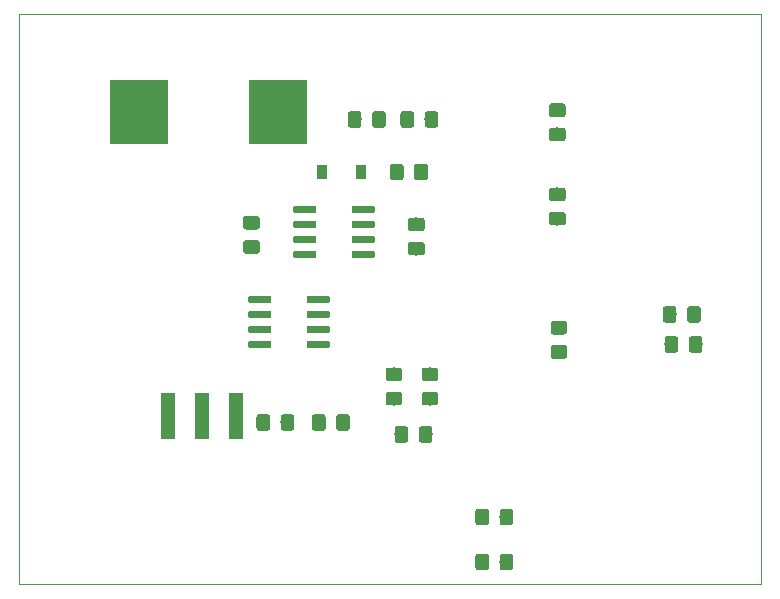
<source format=gbr>
G04 #@! TF.GenerationSoftware,KiCad,Pcbnew,5.1.4*
G04 #@! TF.CreationDate,2019-11-19T03:17:16+01:00*
G04 #@! TF.ProjectId,sclock,73636c6f-636b-42e6-9b69-6361645f7063,rev?*
G04 #@! TF.SameCoordinates,Original*
G04 #@! TF.FileFunction,Paste,Top*
G04 #@! TF.FilePolarity,Positive*
%FSLAX46Y46*%
G04 Gerber Fmt 4.6, Leading zero omitted, Abs format (unit mm)*
G04 Created by KiCad (PCBNEW 5.1.4) date 2019-11-19 03:17:16*
%MOMM*%
%LPD*%
G04 APERTURE LIST*
%ADD10C,0.050000*%
%ADD11R,1.200000X4.000000*%
%ADD12R,4.900000X5.400000*%
%ADD13C,0.100000*%
%ADD14C,1.150000*%
%ADD15R,0.900000X1.200000*%
%ADD16C,0.600000*%
G04 APERTURE END LIST*
D10*
X128270000Y-60960000D02*
X65405000Y-60960000D01*
X128270000Y-109220000D02*
X128270000Y-60960000D01*
X65405000Y-109220000D02*
X128270000Y-109220000D01*
X65405000Y-60960000D02*
X65405000Y-109220000D01*
D11*
G04 #@! TO.C,Y1*
X83749000Y-94996000D03*
X80899000Y-94996000D03*
X78049000Y-94996000D03*
G04 #@! TD*
D12*
G04 #@! TO.C,L1*
X75565000Y-69215000D03*
X87365000Y-69215000D03*
G04 #@! TD*
D13*
G04 #@! TO.C,C1*
G36*
X85564505Y-80071204D02*
G01*
X85588773Y-80074804D01*
X85612572Y-80080765D01*
X85635671Y-80089030D01*
X85657850Y-80099520D01*
X85678893Y-80112132D01*
X85698599Y-80126747D01*
X85716777Y-80143223D01*
X85733253Y-80161401D01*
X85747868Y-80181107D01*
X85760480Y-80202150D01*
X85770970Y-80224329D01*
X85779235Y-80247428D01*
X85785196Y-80271227D01*
X85788796Y-80295495D01*
X85790000Y-80319999D01*
X85790000Y-80970001D01*
X85788796Y-80994505D01*
X85785196Y-81018773D01*
X85779235Y-81042572D01*
X85770970Y-81065671D01*
X85760480Y-81087850D01*
X85747868Y-81108893D01*
X85733253Y-81128599D01*
X85716777Y-81146777D01*
X85698599Y-81163253D01*
X85678893Y-81177868D01*
X85657850Y-81190480D01*
X85635671Y-81200970D01*
X85612572Y-81209235D01*
X85588773Y-81215196D01*
X85564505Y-81218796D01*
X85540001Y-81220000D01*
X84639999Y-81220000D01*
X84615495Y-81218796D01*
X84591227Y-81215196D01*
X84567428Y-81209235D01*
X84544329Y-81200970D01*
X84522150Y-81190480D01*
X84501107Y-81177868D01*
X84481401Y-81163253D01*
X84463223Y-81146777D01*
X84446747Y-81128599D01*
X84432132Y-81108893D01*
X84419520Y-81087850D01*
X84409030Y-81065671D01*
X84400765Y-81042572D01*
X84394804Y-81018773D01*
X84391204Y-80994505D01*
X84390000Y-80970001D01*
X84390000Y-80319999D01*
X84391204Y-80295495D01*
X84394804Y-80271227D01*
X84400765Y-80247428D01*
X84409030Y-80224329D01*
X84419520Y-80202150D01*
X84432132Y-80181107D01*
X84446747Y-80161401D01*
X84463223Y-80143223D01*
X84481401Y-80126747D01*
X84501107Y-80112132D01*
X84522150Y-80099520D01*
X84544329Y-80089030D01*
X84567428Y-80080765D01*
X84591227Y-80074804D01*
X84615495Y-80071204D01*
X84639999Y-80070000D01*
X85540001Y-80070000D01*
X85564505Y-80071204D01*
X85564505Y-80071204D01*
G37*
D14*
X85090000Y-80645000D03*
D13*
G36*
X85564505Y-78021204D02*
G01*
X85588773Y-78024804D01*
X85612572Y-78030765D01*
X85635671Y-78039030D01*
X85657850Y-78049520D01*
X85678893Y-78062132D01*
X85698599Y-78076747D01*
X85716777Y-78093223D01*
X85733253Y-78111401D01*
X85747868Y-78131107D01*
X85760480Y-78152150D01*
X85770970Y-78174329D01*
X85779235Y-78197428D01*
X85785196Y-78221227D01*
X85788796Y-78245495D01*
X85790000Y-78269999D01*
X85790000Y-78920001D01*
X85788796Y-78944505D01*
X85785196Y-78968773D01*
X85779235Y-78992572D01*
X85770970Y-79015671D01*
X85760480Y-79037850D01*
X85747868Y-79058893D01*
X85733253Y-79078599D01*
X85716777Y-79096777D01*
X85698599Y-79113253D01*
X85678893Y-79127868D01*
X85657850Y-79140480D01*
X85635671Y-79150970D01*
X85612572Y-79159235D01*
X85588773Y-79165196D01*
X85564505Y-79168796D01*
X85540001Y-79170000D01*
X84639999Y-79170000D01*
X84615495Y-79168796D01*
X84591227Y-79165196D01*
X84567428Y-79159235D01*
X84544329Y-79150970D01*
X84522150Y-79140480D01*
X84501107Y-79127868D01*
X84481401Y-79113253D01*
X84463223Y-79096777D01*
X84446747Y-79078599D01*
X84432132Y-79058893D01*
X84419520Y-79037850D01*
X84409030Y-79015671D01*
X84400765Y-78992572D01*
X84394804Y-78968773D01*
X84391204Y-78944505D01*
X84390000Y-78920001D01*
X84390000Y-78269999D01*
X84391204Y-78245495D01*
X84394804Y-78221227D01*
X84400765Y-78197428D01*
X84409030Y-78174329D01*
X84419520Y-78152150D01*
X84432132Y-78131107D01*
X84446747Y-78111401D01*
X84463223Y-78093223D01*
X84481401Y-78076747D01*
X84501107Y-78062132D01*
X84522150Y-78049520D01*
X84544329Y-78039030D01*
X84567428Y-78030765D01*
X84591227Y-78024804D01*
X84615495Y-78021204D01*
X84639999Y-78020000D01*
X85540001Y-78020000D01*
X85564505Y-78021204D01*
X85564505Y-78021204D01*
G37*
D14*
X85090000Y-78595000D03*
G04 #@! TD*
D13*
G04 #@! TO.C,C2*
G36*
X99534505Y-80216204D02*
G01*
X99558773Y-80219804D01*
X99582572Y-80225765D01*
X99605671Y-80234030D01*
X99627850Y-80244520D01*
X99648893Y-80257132D01*
X99668599Y-80271747D01*
X99686777Y-80288223D01*
X99703253Y-80306401D01*
X99717868Y-80326107D01*
X99730480Y-80347150D01*
X99740970Y-80369329D01*
X99749235Y-80392428D01*
X99755196Y-80416227D01*
X99758796Y-80440495D01*
X99760000Y-80464999D01*
X99760000Y-81115001D01*
X99758796Y-81139505D01*
X99755196Y-81163773D01*
X99749235Y-81187572D01*
X99740970Y-81210671D01*
X99730480Y-81232850D01*
X99717868Y-81253893D01*
X99703253Y-81273599D01*
X99686777Y-81291777D01*
X99668599Y-81308253D01*
X99648893Y-81322868D01*
X99627850Y-81335480D01*
X99605671Y-81345970D01*
X99582572Y-81354235D01*
X99558773Y-81360196D01*
X99534505Y-81363796D01*
X99510001Y-81365000D01*
X98609999Y-81365000D01*
X98585495Y-81363796D01*
X98561227Y-81360196D01*
X98537428Y-81354235D01*
X98514329Y-81345970D01*
X98492150Y-81335480D01*
X98471107Y-81322868D01*
X98451401Y-81308253D01*
X98433223Y-81291777D01*
X98416747Y-81273599D01*
X98402132Y-81253893D01*
X98389520Y-81232850D01*
X98379030Y-81210671D01*
X98370765Y-81187572D01*
X98364804Y-81163773D01*
X98361204Y-81139505D01*
X98360000Y-81115001D01*
X98360000Y-80464999D01*
X98361204Y-80440495D01*
X98364804Y-80416227D01*
X98370765Y-80392428D01*
X98379030Y-80369329D01*
X98389520Y-80347150D01*
X98402132Y-80326107D01*
X98416747Y-80306401D01*
X98433223Y-80288223D01*
X98451401Y-80271747D01*
X98471107Y-80257132D01*
X98492150Y-80244520D01*
X98514329Y-80234030D01*
X98537428Y-80225765D01*
X98561227Y-80219804D01*
X98585495Y-80216204D01*
X98609999Y-80215000D01*
X99510001Y-80215000D01*
X99534505Y-80216204D01*
X99534505Y-80216204D01*
G37*
D14*
X99060000Y-80790000D03*
D13*
G36*
X99534505Y-78166204D02*
G01*
X99558773Y-78169804D01*
X99582572Y-78175765D01*
X99605671Y-78184030D01*
X99627850Y-78194520D01*
X99648893Y-78207132D01*
X99668599Y-78221747D01*
X99686777Y-78238223D01*
X99703253Y-78256401D01*
X99717868Y-78276107D01*
X99730480Y-78297150D01*
X99740970Y-78319329D01*
X99749235Y-78342428D01*
X99755196Y-78366227D01*
X99758796Y-78390495D01*
X99760000Y-78414999D01*
X99760000Y-79065001D01*
X99758796Y-79089505D01*
X99755196Y-79113773D01*
X99749235Y-79137572D01*
X99740970Y-79160671D01*
X99730480Y-79182850D01*
X99717868Y-79203893D01*
X99703253Y-79223599D01*
X99686777Y-79241777D01*
X99668599Y-79258253D01*
X99648893Y-79272868D01*
X99627850Y-79285480D01*
X99605671Y-79295970D01*
X99582572Y-79304235D01*
X99558773Y-79310196D01*
X99534505Y-79313796D01*
X99510001Y-79315000D01*
X98609999Y-79315000D01*
X98585495Y-79313796D01*
X98561227Y-79310196D01*
X98537428Y-79304235D01*
X98514329Y-79295970D01*
X98492150Y-79285480D01*
X98471107Y-79272868D01*
X98451401Y-79258253D01*
X98433223Y-79241777D01*
X98416747Y-79223599D01*
X98402132Y-79203893D01*
X98389520Y-79182850D01*
X98379030Y-79160671D01*
X98370765Y-79137572D01*
X98364804Y-79113773D01*
X98361204Y-79089505D01*
X98360000Y-79065001D01*
X98360000Y-78414999D01*
X98361204Y-78390495D01*
X98364804Y-78366227D01*
X98370765Y-78342428D01*
X98379030Y-78319329D01*
X98389520Y-78297150D01*
X98402132Y-78276107D01*
X98416747Y-78256401D01*
X98433223Y-78238223D01*
X98451401Y-78221747D01*
X98471107Y-78207132D01*
X98492150Y-78194520D01*
X98514329Y-78184030D01*
X98537428Y-78175765D01*
X98561227Y-78169804D01*
X98585495Y-78166204D01*
X98609999Y-78165000D01*
X99510001Y-78165000D01*
X99534505Y-78166204D01*
X99534505Y-78166204D01*
G37*
D14*
X99060000Y-78740000D03*
G04 #@! TD*
D13*
G04 #@! TO.C,C4*
G36*
X94184505Y-69151204D02*
G01*
X94208773Y-69154804D01*
X94232572Y-69160765D01*
X94255671Y-69169030D01*
X94277850Y-69179520D01*
X94298893Y-69192132D01*
X94318599Y-69206747D01*
X94336777Y-69223223D01*
X94353253Y-69241401D01*
X94367868Y-69261107D01*
X94380480Y-69282150D01*
X94390970Y-69304329D01*
X94399235Y-69327428D01*
X94405196Y-69351227D01*
X94408796Y-69375495D01*
X94410000Y-69399999D01*
X94410000Y-70300001D01*
X94408796Y-70324505D01*
X94405196Y-70348773D01*
X94399235Y-70372572D01*
X94390970Y-70395671D01*
X94380480Y-70417850D01*
X94367868Y-70438893D01*
X94353253Y-70458599D01*
X94336777Y-70476777D01*
X94318599Y-70493253D01*
X94298893Y-70507868D01*
X94277850Y-70520480D01*
X94255671Y-70530970D01*
X94232572Y-70539235D01*
X94208773Y-70545196D01*
X94184505Y-70548796D01*
X94160001Y-70550000D01*
X93509999Y-70550000D01*
X93485495Y-70548796D01*
X93461227Y-70545196D01*
X93437428Y-70539235D01*
X93414329Y-70530970D01*
X93392150Y-70520480D01*
X93371107Y-70507868D01*
X93351401Y-70493253D01*
X93333223Y-70476777D01*
X93316747Y-70458599D01*
X93302132Y-70438893D01*
X93289520Y-70417850D01*
X93279030Y-70395671D01*
X93270765Y-70372572D01*
X93264804Y-70348773D01*
X93261204Y-70324505D01*
X93260000Y-70300001D01*
X93260000Y-69399999D01*
X93261204Y-69375495D01*
X93264804Y-69351227D01*
X93270765Y-69327428D01*
X93279030Y-69304329D01*
X93289520Y-69282150D01*
X93302132Y-69261107D01*
X93316747Y-69241401D01*
X93333223Y-69223223D01*
X93351401Y-69206747D01*
X93371107Y-69192132D01*
X93392150Y-69179520D01*
X93414329Y-69169030D01*
X93437428Y-69160765D01*
X93461227Y-69154804D01*
X93485495Y-69151204D01*
X93509999Y-69150000D01*
X94160001Y-69150000D01*
X94184505Y-69151204D01*
X94184505Y-69151204D01*
G37*
D14*
X93835000Y-69850000D03*
D13*
G36*
X96234505Y-69151204D02*
G01*
X96258773Y-69154804D01*
X96282572Y-69160765D01*
X96305671Y-69169030D01*
X96327850Y-69179520D01*
X96348893Y-69192132D01*
X96368599Y-69206747D01*
X96386777Y-69223223D01*
X96403253Y-69241401D01*
X96417868Y-69261107D01*
X96430480Y-69282150D01*
X96440970Y-69304329D01*
X96449235Y-69327428D01*
X96455196Y-69351227D01*
X96458796Y-69375495D01*
X96460000Y-69399999D01*
X96460000Y-70300001D01*
X96458796Y-70324505D01*
X96455196Y-70348773D01*
X96449235Y-70372572D01*
X96440970Y-70395671D01*
X96430480Y-70417850D01*
X96417868Y-70438893D01*
X96403253Y-70458599D01*
X96386777Y-70476777D01*
X96368599Y-70493253D01*
X96348893Y-70507868D01*
X96327850Y-70520480D01*
X96305671Y-70530970D01*
X96282572Y-70539235D01*
X96258773Y-70545196D01*
X96234505Y-70548796D01*
X96210001Y-70550000D01*
X95559999Y-70550000D01*
X95535495Y-70548796D01*
X95511227Y-70545196D01*
X95487428Y-70539235D01*
X95464329Y-70530970D01*
X95442150Y-70520480D01*
X95421107Y-70507868D01*
X95401401Y-70493253D01*
X95383223Y-70476777D01*
X95366747Y-70458599D01*
X95352132Y-70438893D01*
X95339520Y-70417850D01*
X95329030Y-70395671D01*
X95320765Y-70372572D01*
X95314804Y-70348773D01*
X95311204Y-70324505D01*
X95310000Y-70300001D01*
X95310000Y-69399999D01*
X95311204Y-69375495D01*
X95314804Y-69351227D01*
X95320765Y-69327428D01*
X95329030Y-69304329D01*
X95339520Y-69282150D01*
X95352132Y-69261107D01*
X95366747Y-69241401D01*
X95383223Y-69223223D01*
X95401401Y-69206747D01*
X95421107Y-69192132D01*
X95442150Y-69179520D01*
X95464329Y-69169030D01*
X95487428Y-69160765D01*
X95511227Y-69154804D01*
X95535495Y-69151204D01*
X95559999Y-69150000D01*
X96210001Y-69150000D01*
X96234505Y-69151204D01*
X96234505Y-69151204D01*
G37*
D14*
X95885000Y-69850000D03*
G04 #@! TD*
D15*
G04 #@! TO.C,D1*
X94360000Y-74295000D03*
X91060000Y-74295000D03*
G04 #@! TD*
D13*
G04 #@! TO.C,R1*
G36*
X99799505Y-73596204D02*
G01*
X99823773Y-73599804D01*
X99847572Y-73605765D01*
X99870671Y-73614030D01*
X99892850Y-73624520D01*
X99913893Y-73637132D01*
X99933599Y-73651747D01*
X99951777Y-73668223D01*
X99968253Y-73686401D01*
X99982868Y-73706107D01*
X99995480Y-73727150D01*
X100005970Y-73749329D01*
X100014235Y-73772428D01*
X100020196Y-73796227D01*
X100023796Y-73820495D01*
X100025000Y-73844999D01*
X100025000Y-74745001D01*
X100023796Y-74769505D01*
X100020196Y-74793773D01*
X100014235Y-74817572D01*
X100005970Y-74840671D01*
X99995480Y-74862850D01*
X99982868Y-74883893D01*
X99968253Y-74903599D01*
X99951777Y-74921777D01*
X99933599Y-74938253D01*
X99913893Y-74952868D01*
X99892850Y-74965480D01*
X99870671Y-74975970D01*
X99847572Y-74984235D01*
X99823773Y-74990196D01*
X99799505Y-74993796D01*
X99775001Y-74995000D01*
X99124999Y-74995000D01*
X99100495Y-74993796D01*
X99076227Y-74990196D01*
X99052428Y-74984235D01*
X99029329Y-74975970D01*
X99007150Y-74965480D01*
X98986107Y-74952868D01*
X98966401Y-74938253D01*
X98948223Y-74921777D01*
X98931747Y-74903599D01*
X98917132Y-74883893D01*
X98904520Y-74862850D01*
X98894030Y-74840671D01*
X98885765Y-74817572D01*
X98879804Y-74793773D01*
X98876204Y-74769505D01*
X98875000Y-74745001D01*
X98875000Y-73844999D01*
X98876204Y-73820495D01*
X98879804Y-73796227D01*
X98885765Y-73772428D01*
X98894030Y-73749329D01*
X98904520Y-73727150D01*
X98917132Y-73706107D01*
X98931747Y-73686401D01*
X98948223Y-73668223D01*
X98966401Y-73651747D01*
X98986107Y-73637132D01*
X99007150Y-73624520D01*
X99029329Y-73614030D01*
X99052428Y-73605765D01*
X99076227Y-73599804D01*
X99100495Y-73596204D01*
X99124999Y-73595000D01*
X99775001Y-73595000D01*
X99799505Y-73596204D01*
X99799505Y-73596204D01*
G37*
D14*
X99450000Y-74295000D03*
D13*
G36*
X97749505Y-73596204D02*
G01*
X97773773Y-73599804D01*
X97797572Y-73605765D01*
X97820671Y-73614030D01*
X97842850Y-73624520D01*
X97863893Y-73637132D01*
X97883599Y-73651747D01*
X97901777Y-73668223D01*
X97918253Y-73686401D01*
X97932868Y-73706107D01*
X97945480Y-73727150D01*
X97955970Y-73749329D01*
X97964235Y-73772428D01*
X97970196Y-73796227D01*
X97973796Y-73820495D01*
X97975000Y-73844999D01*
X97975000Y-74745001D01*
X97973796Y-74769505D01*
X97970196Y-74793773D01*
X97964235Y-74817572D01*
X97955970Y-74840671D01*
X97945480Y-74862850D01*
X97932868Y-74883893D01*
X97918253Y-74903599D01*
X97901777Y-74921777D01*
X97883599Y-74938253D01*
X97863893Y-74952868D01*
X97842850Y-74965480D01*
X97820671Y-74975970D01*
X97797572Y-74984235D01*
X97773773Y-74990196D01*
X97749505Y-74993796D01*
X97725001Y-74995000D01*
X97074999Y-74995000D01*
X97050495Y-74993796D01*
X97026227Y-74990196D01*
X97002428Y-74984235D01*
X96979329Y-74975970D01*
X96957150Y-74965480D01*
X96936107Y-74952868D01*
X96916401Y-74938253D01*
X96898223Y-74921777D01*
X96881747Y-74903599D01*
X96867132Y-74883893D01*
X96854520Y-74862850D01*
X96844030Y-74840671D01*
X96835765Y-74817572D01*
X96829804Y-74793773D01*
X96826204Y-74769505D01*
X96825000Y-74745001D01*
X96825000Y-73844999D01*
X96826204Y-73820495D01*
X96829804Y-73796227D01*
X96835765Y-73772428D01*
X96844030Y-73749329D01*
X96854520Y-73727150D01*
X96867132Y-73706107D01*
X96881747Y-73686401D01*
X96898223Y-73668223D01*
X96916401Y-73651747D01*
X96936107Y-73637132D01*
X96957150Y-73624520D01*
X96979329Y-73614030D01*
X97002428Y-73605765D01*
X97026227Y-73599804D01*
X97050495Y-73596204D01*
X97074999Y-73595000D01*
X97725001Y-73595000D01*
X97749505Y-73596204D01*
X97749505Y-73596204D01*
G37*
D14*
X97400000Y-74295000D03*
G04 #@! TD*
D13*
G04 #@! TO.C,R2*
G36*
X98638505Y-69151204D02*
G01*
X98662773Y-69154804D01*
X98686572Y-69160765D01*
X98709671Y-69169030D01*
X98731850Y-69179520D01*
X98752893Y-69192132D01*
X98772599Y-69206747D01*
X98790777Y-69223223D01*
X98807253Y-69241401D01*
X98821868Y-69261107D01*
X98834480Y-69282150D01*
X98844970Y-69304329D01*
X98853235Y-69327428D01*
X98859196Y-69351227D01*
X98862796Y-69375495D01*
X98864000Y-69399999D01*
X98864000Y-70300001D01*
X98862796Y-70324505D01*
X98859196Y-70348773D01*
X98853235Y-70372572D01*
X98844970Y-70395671D01*
X98834480Y-70417850D01*
X98821868Y-70438893D01*
X98807253Y-70458599D01*
X98790777Y-70476777D01*
X98772599Y-70493253D01*
X98752893Y-70507868D01*
X98731850Y-70520480D01*
X98709671Y-70530970D01*
X98686572Y-70539235D01*
X98662773Y-70545196D01*
X98638505Y-70548796D01*
X98614001Y-70550000D01*
X97963999Y-70550000D01*
X97939495Y-70548796D01*
X97915227Y-70545196D01*
X97891428Y-70539235D01*
X97868329Y-70530970D01*
X97846150Y-70520480D01*
X97825107Y-70507868D01*
X97805401Y-70493253D01*
X97787223Y-70476777D01*
X97770747Y-70458599D01*
X97756132Y-70438893D01*
X97743520Y-70417850D01*
X97733030Y-70395671D01*
X97724765Y-70372572D01*
X97718804Y-70348773D01*
X97715204Y-70324505D01*
X97714000Y-70300001D01*
X97714000Y-69399999D01*
X97715204Y-69375495D01*
X97718804Y-69351227D01*
X97724765Y-69327428D01*
X97733030Y-69304329D01*
X97743520Y-69282150D01*
X97756132Y-69261107D01*
X97770747Y-69241401D01*
X97787223Y-69223223D01*
X97805401Y-69206747D01*
X97825107Y-69192132D01*
X97846150Y-69179520D01*
X97868329Y-69169030D01*
X97891428Y-69160765D01*
X97915227Y-69154804D01*
X97939495Y-69151204D01*
X97963999Y-69150000D01*
X98614001Y-69150000D01*
X98638505Y-69151204D01*
X98638505Y-69151204D01*
G37*
D14*
X98289000Y-69850000D03*
D13*
G36*
X100688505Y-69151204D02*
G01*
X100712773Y-69154804D01*
X100736572Y-69160765D01*
X100759671Y-69169030D01*
X100781850Y-69179520D01*
X100802893Y-69192132D01*
X100822599Y-69206747D01*
X100840777Y-69223223D01*
X100857253Y-69241401D01*
X100871868Y-69261107D01*
X100884480Y-69282150D01*
X100894970Y-69304329D01*
X100903235Y-69327428D01*
X100909196Y-69351227D01*
X100912796Y-69375495D01*
X100914000Y-69399999D01*
X100914000Y-70300001D01*
X100912796Y-70324505D01*
X100909196Y-70348773D01*
X100903235Y-70372572D01*
X100894970Y-70395671D01*
X100884480Y-70417850D01*
X100871868Y-70438893D01*
X100857253Y-70458599D01*
X100840777Y-70476777D01*
X100822599Y-70493253D01*
X100802893Y-70507868D01*
X100781850Y-70520480D01*
X100759671Y-70530970D01*
X100736572Y-70539235D01*
X100712773Y-70545196D01*
X100688505Y-70548796D01*
X100664001Y-70550000D01*
X100013999Y-70550000D01*
X99989495Y-70548796D01*
X99965227Y-70545196D01*
X99941428Y-70539235D01*
X99918329Y-70530970D01*
X99896150Y-70520480D01*
X99875107Y-70507868D01*
X99855401Y-70493253D01*
X99837223Y-70476777D01*
X99820747Y-70458599D01*
X99806132Y-70438893D01*
X99793520Y-70417850D01*
X99783030Y-70395671D01*
X99774765Y-70372572D01*
X99768804Y-70348773D01*
X99765204Y-70324505D01*
X99764000Y-70300001D01*
X99764000Y-69399999D01*
X99765204Y-69375495D01*
X99768804Y-69351227D01*
X99774765Y-69327428D01*
X99783030Y-69304329D01*
X99793520Y-69282150D01*
X99806132Y-69261107D01*
X99820747Y-69241401D01*
X99837223Y-69223223D01*
X99855401Y-69206747D01*
X99875107Y-69192132D01*
X99896150Y-69179520D01*
X99918329Y-69169030D01*
X99941428Y-69160765D01*
X99965227Y-69154804D01*
X99989495Y-69151204D01*
X100013999Y-69150000D01*
X100664001Y-69150000D01*
X100688505Y-69151204D01*
X100688505Y-69151204D01*
G37*
D14*
X100339000Y-69850000D03*
G04 #@! TD*
D13*
G04 #@! TO.C,U1*
G36*
X90439703Y-77170722D02*
G01*
X90454264Y-77172882D01*
X90468543Y-77176459D01*
X90482403Y-77181418D01*
X90495710Y-77187712D01*
X90508336Y-77195280D01*
X90520159Y-77204048D01*
X90531066Y-77213934D01*
X90540952Y-77224841D01*
X90549720Y-77236664D01*
X90557288Y-77249290D01*
X90563582Y-77262597D01*
X90568541Y-77276457D01*
X90572118Y-77290736D01*
X90574278Y-77305297D01*
X90575000Y-77320000D01*
X90575000Y-77620000D01*
X90574278Y-77634703D01*
X90572118Y-77649264D01*
X90568541Y-77663543D01*
X90563582Y-77677403D01*
X90557288Y-77690710D01*
X90549720Y-77703336D01*
X90540952Y-77715159D01*
X90531066Y-77726066D01*
X90520159Y-77735952D01*
X90508336Y-77744720D01*
X90495710Y-77752288D01*
X90482403Y-77758582D01*
X90468543Y-77763541D01*
X90454264Y-77767118D01*
X90439703Y-77769278D01*
X90425000Y-77770000D01*
X88775000Y-77770000D01*
X88760297Y-77769278D01*
X88745736Y-77767118D01*
X88731457Y-77763541D01*
X88717597Y-77758582D01*
X88704290Y-77752288D01*
X88691664Y-77744720D01*
X88679841Y-77735952D01*
X88668934Y-77726066D01*
X88659048Y-77715159D01*
X88650280Y-77703336D01*
X88642712Y-77690710D01*
X88636418Y-77677403D01*
X88631459Y-77663543D01*
X88627882Y-77649264D01*
X88625722Y-77634703D01*
X88625000Y-77620000D01*
X88625000Y-77320000D01*
X88625722Y-77305297D01*
X88627882Y-77290736D01*
X88631459Y-77276457D01*
X88636418Y-77262597D01*
X88642712Y-77249290D01*
X88650280Y-77236664D01*
X88659048Y-77224841D01*
X88668934Y-77213934D01*
X88679841Y-77204048D01*
X88691664Y-77195280D01*
X88704290Y-77187712D01*
X88717597Y-77181418D01*
X88731457Y-77176459D01*
X88745736Y-77172882D01*
X88760297Y-77170722D01*
X88775000Y-77170000D01*
X90425000Y-77170000D01*
X90439703Y-77170722D01*
X90439703Y-77170722D01*
G37*
D16*
X89600000Y-77470000D03*
D13*
G36*
X90439703Y-78440722D02*
G01*
X90454264Y-78442882D01*
X90468543Y-78446459D01*
X90482403Y-78451418D01*
X90495710Y-78457712D01*
X90508336Y-78465280D01*
X90520159Y-78474048D01*
X90531066Y-78483934D01*
X90540952Y-78494841D01*
X90549720Y-78506664D01*
X90557288Y-78519290D01*
X90563582Y-78532597D01*
X90568541Y-78546457D01*
X90572118Y-78560736D01*
X90574278Y-78575297D01*
X90575000Y-78590000D01*
X90575000Y-78890000D01*
X90574278Y-78904703D01*
X90572118Y-78919264D01*
X90568541Y-78933543D01*
X90563582Y-78947403D01*
X90557288Y-78960710D01*
X90549720Y-78973336D01*
X90540952Y-78985159D01*
X90531066Y-78996066D01*
X90520159Y-79005952D01*
X90508336Y-79014720D01*
X90495710Y-79022288D01*
X90482403Y-79028582D01*
X90468543Y-79033541D01*
X90454264Y-79037118D01*
X90439703Y-79039278D01*
X90425000Y-79040000D01*
X88775000Y-79040000D01*
X88760297Y-79039278D01*
X88745736Y-79037118D01*
X88731457Y-79033541D01*
X88717597Y-79028582D01*
X88704290Y-79022288D01*
X88691664Y-79014720D01*
X88679841Y-79005952D01*
X88668934Y-78996066D01*
X88659048Y-78985159D01*
X88650280Y-78973336D01*
X88642712Y-78960710D01*
X88636418Y-78947403D01*
X88631459Y-78933543D01*
X88627882Y-78919264D01*
X88625722Y-78904703D01*
X88625000Y-78890000D01*
X88625000Y-78590000D01*
X88625722Y-78575297D01*
X88627882Y-78560736D01*
X88631459Y-78546457D01*
X88636418Y-78532597D01*
X88642712Y-78519290D01*
X88650280Y-78506664D01*
X88659048Y-78494841D01*
X88668934Y-78483934D01*
X88679841Y-78474048D01*
X88691664Y-78465280D01*
X88704290Y-78457712D01*
X88717597Y-78451418D01*
X88731457Y-78446459D01*
X88745736Y-78442882D01*
X88760297Y-78440722D01*
X88775000Y-78440000D01*
X90425000Y-78440000D01*
X90439703Y-78440722D01*
X90439703Y-78440722D01*
G37*
D16*
X89600000Y-78740000D03*
D13*
G36*
X90439703Y-79710722D02*
G01*
X90454264Y-79712882D01*
X90468543Y-79716459D01*
X90482403Y-79721418D01*
X90495710Y-79727712D01*
X90508336Y-79735280D01*
X90520159Y-79744048D01*
X90531066Y-79753934D01*
X90540952Y-79764841D01*
X90549720Y-79776664D01*
X90557288Y-79789290D01*
X90563582Y-79802597D01*
X90568541Y-79816457D01*
X90572118Y-79830736D01*
X90574278Y-79845297D01*
X90575000Y-79860000D01*
X90575000Y-80160000D01*
X90574278Y-80174703D01*
X90572118Y-80189264D01*
X90568541Y-80203543D01*
X90563582Y-80217403D01*
X90557288Y-80230710D01*
X90549720Y-80243336D01*
X90540952Y-80255159D01*
X90531066Y-80266066D01*
X90520159Y-80275952D01*
X90508336Y-80284720D01*
X90495710Y-80292288D01*
X90482403Y-80298582D01*
X90468543Y-80303541D01*
X90454264Y-80307118D01*
X90439703Y-80309278D01*
X90425000Y-80310000D01*
X88775000Y-80310000D01*
X88760297Y-80309278D01*
X88745736Y-80307118D01*
X88731457Y-80303541D01*
X88717597Y-80298582D01*
X88704290Y-80292288D01*
X88691664Y-80284720D01*
X88679841Y-80275952D01*
X88668934Y-80266066D01*
X88659048Y-80255159D01*
X88650280Y-80243336D01*
X88642712Y-80230710D01*
X88636418Y-80217403D01*
X88631459Y-80203543D01*
X88627882Y-80189264D01*
X88625722Y-80174703D01*
X88625000Y-80160000D01*
X88625000Y-79860000D01*
X88625722Y-79845297D01*
X88627882Y-79830736D01*
X88631459Y-79816457D01*
X88636418Y-79802597D01*
X88642712Y-79789290D01*
X88650280Y-79776664D01*
X88659048Y-79764841D01*
X88668934Y-79753934D01*
X88679841Y-79744048D01*
X88691664Y-79735280D01*
X88704290Y-79727712D01*
X88717597Y-79721418D01*
X88731457Y-79716459D01*
X88745736Y-79712882D01*
X88760297Y-79710722D01*
X88775000Y-79710000D01*
X90425000Y-79710000D01*
X90439703Y-79710722D01*
X90439703Y-79710722D01*
G37*
D16*
X89600000Y-80010000D03*
D13*
G36*
X90439703Y-80980722D02*
G01*
X90454264Y-80982882D01*
X90468543Y-80986459D01*
X90482403Y-80991418D01*
X90495710Y-80997712D01*
X90508336Y-81005280D01*
X90520159Y-81014048D01*
X90531066Y-81023934D01*
X90540952Y-81034841D01*
X90549720Y-81046664D01*
X90557288Y-81059290D01*
X90563582Y-81072597D01*
X90568541Y-81086457D01*
X90572118Y-81100736D01*
X90574278Y-81115297D01*
X90575000Y-81130000D01*
X90575000Y-81430000D01*
X90574278Y-81444703D01*
X90572118Y-81459264D01*
X90568541Y-81473543D01*
X90563582Y-81487403D01*
X90557288Y-81500710D01*
X90549720Y-81513336D01*
X90540952Y-81525159D01*
X90531066Y-81536066D01*
X90520159Y-81545952D01*
X90508336Y-81554720D01*
X90495710Y-81562288D01*
X90482403Y-81568582D01*
X90468543Y-81573541D01*
X90454264Y-81577118D01*
X90439703Y-81579278D01*
X90425000Y-81580000D01*
X88775000Y-81580000D01*
X88760297Y-81579278D01*
X88745736Y-81577118D01*
X88731457Y-81573541D01*
X88717597Y-81568582D01*
X88704290Y-81562288D01*
X88691664Y-81554720D01*
X88679841Y-81545952D01*
X88668934Y-81536066D01*
X88659048Y-81525159D01*
X88650280Y-81513336D01*
X88642712Y-81500710D01*
X88636418Y-81487403D01*
X88631459Y-81473543D01*
X88627882Y-81459264D01*
X88625722Y-81444703D01*
X88625000Y-81430000D01*
X88625000Y-81130000D01*
X88625722Y-81115297D01*
X88627882Y-81100736D01*
X88631459Y-81086457D01*
X88636418Y-81072597D01*
X88642712Y-81059290D01*
X88650280Y-81046664D01*
X88659048Y-81034841D01*
X88668934Y-81023934D01*
X88679841Y-81014048D01*
X88691664Y-81005280D01*
X88704290Y-80997712D01*
X88717597Y-80991418D01*
X88731457Y-80986459D01*
X88745736Y-80982882D01*
X88760297Y-80980722D01*
X88775000Y-80980000D01*
X90425000Y-80980000D01*
X90439703Y-80980722D01*
X90439703Y-80980722D01*
G37*
D16*
X89600000Y-81280000D03*
D13*
G36*
X95389703Y-80980722D02*
G01*
X95404264Y-80982882D01*
X95418543Y-80986459D01*
X95432403Y-80991418D01*
X95445710Y-80997712D01*
X95458336Y-81005280D01*
X95470159Y-81014048D01*
X95481066Y-81023934D01*
X95490952Y-81034841D01*
X95499720Y-81046664D01*
X95507288Y-81059290D01*
X95513582Y-81072597D01*
X95518541Y-81086457D01*
X95522118Y-81100736D01*
X95524278Y-81115297D01*
X95525000Y-81130000D01*
X95525000Y-81430000D01*
X95524278Y-81444703D01*
X95522118Y-81459264D01*
X95518541Y-81473543D01*
X95513582Y-81487403D01*
X95507288Y-81500710D01*
X95499720Y-81513336D01*
X95490952Y-81525159D01*
X95481066Y-81536066D01*
X95470159Y-81545952D01*
X95458336Y-81554720D01*
X95445710Y-81562288D01*
X95432403Y-81568582D01*
X95418543Y-81573541D01*
X95404264Y-81577118D01*
X95389703Y-81579278D01*
X95375000Y-81580000D01*
X93725000Y-81580000D01*
X93710297Y-81579278D01*
X93695736Y-81577118D01*
X93681457Y-81573541D01*
X93667597Y-81568582D01*
X93654290Y-81562288D01*
X93641664Y-81554720D01*
X93629841Y-81545952D01*
X93618934Y-81536066D01*
X93609048Y-81525159D01*
X93600280Y-81513336D01*
X93592712Y-81500710D01*
X93586418Y-81487403D01*
X93581459Y-81473543D01*
X93577882Y-81459264D01*
X93575722Y-81444703D01*
X93575000Y-81430000D01*
X93575000Y-81130000D01*
X93575722Y-81115297D01*
X93577882Y-81100736D01*
X93581459Y-81086457D01*
X93586418Y-81072597D01*
X93592712Y-81059290D01*
X93600280Y-81046664D01*
X93609048Y-81034841D01*
X93618934Y-81023934D01*
X93629841Y-81014048D01*
X93641664Y-81005280D01*
X93654290Y-80997712D01*
X93667597Y-80991418D01*
X93681457Y-80986459D01*
X93695736Y-80982882D01*
X93710297Y-80980722D01*
X93725000Y-80980000D01*
X95375000Y-80980000D01*
X95389703Y-80980722D01*
X95389703Y-80980722D01*
G37*
D16*
X94550000Y-81280000D03*
D13*
G36*
X95389703Y-79710722D02*
G01*
X95404264Y-79712882D01*
X95418543Y-79716459D01*
X95432403Y-79721418D01*
X95445710Y-79727712D01*
X95458336Y-79735280D01*
X95470159Y-79744048D01*
X95481066Y-79753934D01*
X95490952Y-79764841D01*
X95499720Y-79776664D01*
X95507288Y-79789290D01*
X95513582Y-79802597D01*
X95518541Y-79816457D01*
X95522118Y-79830736D01*
X95524278Y-79845297D01*
X95525000Y-79860000D01*
X95525000Y-80160000D01*
X95524278Y-80174703D01*
X95522118Y-80189264D01*
X95518541Y-80203543D01*
X95513582Y-80217403D01*
X95507288Y-80230710D01*
X95499720Y-80243336D01*
X95490952Y-80255159D01*
X95481066Y-80266066D01*
X95470159Y-80275952D01*
X95458336Y-80284720D01*
X95445710Y-80292288D01*
X95432403Y-80298582D01*
X95418543Y-80303541D01*
X95404264Y-80307118D01*
X95389703Y-80309278D01*
X95375000Y-80310000D01*
X93725000Y-80310000D01*
X93710297Y-80309278D01*
X93695736Y-80307118D01*
X93681457Y-80303541D01*
X93667597Y-80298582D01*
X93654290Y-80292288D01*
X93641664Y-80284720D01*
X93629841Y-80275952D01*
X93618934Y-80266066D01*
X93609048Y-80255159D01*
X93600280Y-80243336D01*
X93592712Y-80230710D01*
X93586418Y-80217403D01*
X93581459Y-80203543D01*
X93577882Y-80189264D01*
X93575722Y-80174703D01*
X93575000Y-80160000D01*
X93575000Y-79860000D01*
X93575722Y-79845297D01*
X93577882Y-79830736D01*
X93581459Y-79816457D01*
X93586418Y-79802597D01*
X93592712Y-79789290D01*
X93600280Y-79776664D01*
X93609048Y-79764841D01*
X93618934Y-79753934D01*
X93629841Y-79744048D01*
X93641664Y-79735280D01*
X93654290Y-79727712D01*
X93667597Y-79721418D01*
X93681457Y-79716459D01*
X93695736Y-79712882D01*
X93710297Y-79710722D01*
X93725000Y-79710000D01*
X95375000Y-79710000D01*
X95389703Y-79710722D01*
X95389703Y-79710722D01*
G37*
D16*
X94550000Y-80010000D03*
D13*
G36*
X95389703Y-78440722D02*
G01*
X95404264Y-78442882D01*
X95418543Y-78446459D01*
X95432403Y-78451418D01*
X95445710Y-78457712D01*
X95458336Y-78465280D01*
X95470159Y-78474048D01*
X95481066Y-78483934D01*
X95490952Y-78494841D01*
X95499720Y-78506664D01*
X95507288Y-78519290D01*
X95513582Y-78532597D01*
X95518541Y-78546457D01*
X95522118Y-78560736D01*
X95524278Y-78575297D01*
X95525000Y-78590000D01*
X95525000Y-78890000D01*
X95524278Y-78904703D01*
X95522118Y-78919264D01*
X95518541Y-78933543D01*
X95513582Y-78947403D01*
X95507288Y-78960710D01*
X95499720Y-78973336D01*
X95490952Y-78985159D01*
X95481066Y-78996066D01*
X95470159Y-79005952D01*
X95458336Y-79014720D01*
X95445710Y-79022288D01*
X95432403Y-79028582D01*
X95418543Y-79033541D01*
X95404264Y-79037118D01*
X95389703Y-79039278D01*
X95375000Y-79040000D01*
X93725000Y-79040000D01*
X93710297Y-79039278D01*
X93695736Y-79037118D01*
X93681457Y-79033541D01*
X93667597Y-79028582D01*
X93654290Y-79022288D01*
X93641664Y-79014720D01*
X93629841Y-79005952D01*
X93618934Y-78996066D01*
X93609048Y-78985159D01*
X93600280Y-78973336D01*
X93592712Y-78960710D01*
X93586418Y-78947403D01*
X93581459Y-78933543D01*
X93577882Y-78919264D01*
X93575722Y-78904703D01*
X93575000Y-78890000D01*
X93575000Y-78590000D01*
X93575722Y-78575297D01*
X93577882Y-78560736D01*
X93581459Y-78546457D01*
X93586418Y-78532597D01*
X93592712Y-78519290D01*
X93600280Y-78506664D01*
X93609048Y-78494841D01*
X93618934Y-78483934D01*
X93629841Y-78474048D01*
X93641664Y-78465280D01*
X93654290Y-78457712D01*
X93667597Y-78451418D01*
X93681457Y-78446459D01*
X93695736Y-78442882D01*
X93710297Y-78440722D01*
X93725000Y-78440000D01*
X95375000Y-78440000D01*
X95389703Y-78440722D01*
X95389703Y-78440722D01*
G37*
D16*
X94550000Y-78740000D03*
D13*
G36*
X95389703Y-77170722D02*
G01*
X95404264Y-77172882D01*
X95418543Y-77176459D01*
X95432403Y-77181418D01*
X95445710Y-77187712D01*
X95458336Y-77195280D01*
X95470159Y-77204048D01*
X95481066Y-77213934D01*
X95490952Y-77224841D01*
X95499720Y-77236664D01*
X95507288Y-77249290D01*
X95513582Y-77262597D01*
X95518541Y-77276457D01*
X95522118Y-77290736D01*
X95524278Y-77305297D01*
X95525000Y-77320000D01*
X95525000Y-77620000D01*
X95524278Y-77634703D01*
X95522118Y-77649264D01*
X95518541Y-77663543D01*
X95513582Y-77677403D01*
X95507288Y-77690710D01*
X95499720Y-77703336D01*
X95490952Y-77715159D01*
X95481066Y-77726066D01*
X95470159Y-77735952D01*
X95458336Y-77744720D01*
X95445710Y-77752288D01*
X95432403Y-77758582D01*
X95418543Y-77763541D01*
X95404264Y-77767118D01*
X95389703Y-77769278D01*
X95375000Y-77770000D01*
X93725000Y-77770000D01*
X93710297Y-77769278D01*
X93695736Y-77767118D01*
X93681457Y-77763541D01*
X93667597Y-77758582D01*
X93654290Y-77752288D01*
X93641664Y-77744720D01*
X93629841Y-77735952D01*
X93618934Y-77726066D01*
X93609048Y-77715159D01*
X93600280Y-77703336D01*
X93592712Y-77690710D01*
X93586418Y-77677403D01*
X93581459Y-77663543D01*
X93577882Y-77649264D01*
X93575722Y-77634703D01*
X93575000Y-77620000D01*
X93575000Y-77320000D01*
X93575722Y-77305297D01*
X93577882Y-77290736D01*
X93581459Y-77276457D01*
X93586418Y-77262597D01*
X93592712Y-77249290D01*
X93600280Y-77236664D01*
X93609048Y-77224841D01*
X93618934Y-77213934D01*
X93629841Y-77204048D01*
X93641664Y-77195280D01*
X93654290Y-77187712D01*
X93667597Y-77181418D01*
X93681457Y-77176459D01*
X93695736Y-77172882D01*
X93710297Y-77170722D01*
X93725000Y-77170000D01*
X95375000Y-77170000D01*
X95389703Y-77170722D01*
X95389703Y-77170722D01*
G37*
D16*
X94550000Y-77470000D03*
G04 #@! TD*
D13*
G04 #@! TO.C,C8*
G36*
X111599505Y-86911204D02*
G01*
X111623773Y-86914804D01*
X111647572Y-86920765D01*
X111670671Y-86929030D01*
X111692850Y-86939520D01*
X111713893Y-86952132D01*
X111733599Y-86966747D01*
X111751777Y-86983223D01*
X111768253Y-87001401D01*
X111782868Y-87021107D01*
X111795480Y-87042150D01*
X111805970Y-87064329D01*
X111814235Y-87087428D01*
X111820196Y-87111227D01*
X111823796Y-87135495D01*
X111825000Y-87159999D01*
X111825000Y-87810001D01*
X111823796Y-87834505D01*
X111820196Y-87858773D01*
X111814235Y-87882572D01*
X111805970Y-87905671D01*
X111795480Y-87927850D01*
X111782868Y-87948893D01*
X111768253Y-87968599D01*
X111751777Y-87986777D01*
X111733599Y-88003253D01*
X111713893Y-88017868D01*
X111692850Y-88030480D01*
X111670671Y-88040970D01*
X111647572Y-88049235D01*
X111623773Y-88055196D01*
X111599505Y-88058796D01*
X111575001Y-88060000D01*
X110674999Y-88060000D01*
X110650495Y-88058796D01*
X110626227Y-88055196D01*
X110602428Y-88049235D01*
X110579329Y-88040970D01*
X110557150Y-88030480D01*
X110536107Y-88017868D01*
X110516401Y-88003253D01*
X110498223Y-87986777D01*
X110481747Y-87968599D01*
X110467132Y-87948893D01*
X110454520Y-87927850D01*
X110444030Y-87905671D01*
X110435765Y-87882572D01*
X110429804Y-87858773D01*
X110426204Y-87834505D01*
X110425000Y-87810001D01*
X110425000Y-87159999D01*
X110426204Y-87135495D01*
X110429804Y-87111227D01*
X110435765Y-87087428D01*
X110444030Y-87064329D01*
X110454520Y-87042150D01*
X110467132Y-87021107D01*
X110481747Y-87001401D01*
X110498223Y-86983223D01*
X110516401Y-86966747D01*
X110536107Y-86952132D01*
X110557150Y-86939520D01*
X110579329Y-86929030D01*
X110602428Y-86920765D01*
X110626227Y-86914804D01*
X110650495Y-86911204D01*
X110674999Y-86910000D01*
X111575001Y-86910000D01*
X111599505Y-86911204D01*
X111599505Y-86911204D01*
G37*
D14*
X111125000Y-87485000D03*
D13*
G36*
X111599505Y-88961204D02*
G01*
X111623773Y-88964804D01*
X111647572Y-88970765D01*
X111670671Y-88979030D01*
X111692850Y-88989520D01*
X111713893Y-89002132D01*
X111733599Y-89016747D01*
X111751777Y-89033223D01*
X111768253Y-89051401D01*
X111782868Y-89071107D01*
X111795480Y-89092150D01*
X111805970Y-89114329D01*
X111814235Y-89137428D01*
X111820196Y-89161227D01*
X111823796Y-89185495D01*
X111825000Y-89209999D01*
X111825000Y-89860001D01*
X111823796Y-89884505D01*
X111820196Y-89908773D01*
X111814235Y-89932572D01*
X111805970Y-89955671D01*
X111795480Y-89977850D01*
X111782868Y-89998893D01*
X111768253Y-90018599D01*
X111751777Y-90036777D01*
X111733599Y-90053253D01*
X111713893Y-90067868D01*
X111692850Y-90080480D01*
X111670671Y-90090970D01*
X111647572Y-90099235D01*
X111623773Y-90105196D01*
X111599505Y-90108796D01*
X111575001Y-90110000D01*
X110674999Y-90110000D01*
X110650495Y-90108796D01*
X110626227Y-90105196D01*
X110602428Y-90099235D01*
X110579329Y-90090970D01*
X110557150Y-90080480D01*
X110536107Y-90067868D01*
X110516401Y-90053253D01*
X110498223Y-90036777D01*
X110481747Y-90018599D01*
X110467132Y-89998893D01*
X110454520Y-89977850D01*
X110444030Y-89955671D01*
X110435765Y-89932572D01*
X110429804Y-89908773D01*
X110426204Y-89884505D01*
X110425000Y-89860001D01*
X110425000Y-89209999D01*
X110426204Y-89185495D01*
X110429804Y-89161227D01*
X110435765Y-89137428D01*
X110444030Y-89114329D01*
X110454520Y-89092150D01*
X110467132Y-89071107D01*
X110481747Y-89051401D01*
X110498223Y-89033223D01*
X110516401Y-89016747D01*
X110536107Y-89002132D01*
X110557150Y-88989520D01*
X110579329Y-88979030D01*
X110602428Y-88970765D01*
X110626227Y-88964804D01*
X110650495Y-88961204D01*
X110674999Y-88960000D01*
X111575001Y-88960000D01*
X111599505Y-88961204D01*
X111599505Y-88961204D01*
G37*
D14*
X111125000Y-89535000D03*
G04 #@! TD*
D13*
G04 #@! TO.C,C9*
G36*
X88496505Y-94805204D02*
G01*
X88520773Y-94808804D01*
X88544572Y-94814765D01*
X88567671Y-94823030D01*
X88589850Y-94833520D01*
X88610893Y-94846132D01*
X88630599Y-94860747D01*
X88648777Y-94877223D01*
X88665253Y-94895401D01*
X88679868Y-94915107D01*
X88692480Y-94936150D01*
X88702970Y-94958329D01*
X88711235Y-94981428D01*
X88717196Y-95005227D01*
X88720796Y-95029495D01*
X88722000Y-95053999D01*
X88722000Y-95954001D01*
X88720796Y-95978505D01*
X88717196Y-96002773D01*
X88711235Y-96026572D01*
X88702970Y-96049671D01*
X88692480Y-96071850D01*
X88679868Y-96092893D01*
X88665253Y-96112599D01*
X88648777Y-96130777D01*
X88630599Y-96147253D01*
X88610893Y-96161868D01*
X88589850Y-96174480D01*
X88567671Y-96184970D01*
X88544572Y-96193235D01*
X88520773Y-96199196D01*
X88496505Y-96202796D01*
X88472001Y-96204000D01*
X87821999Y-96204000D01*
X87797495Y-96202796D01*
X87773227Y-96199196D01*
X87749428Y-96193235D01*
X87726329Y-96184970D01*
X87704150Y-96174480D01*
X87683107Y-96161868D01*
X87663401Y-96147253D01*
X87645223Y-96130777D01*
X87628747Y-96112599D01*
X87614132Y-96092893D01*
X87601520Y-96071850D01*
X87591030Y-96049671D01*
X87582765Y-96026572D01*
X87576804Y-96002773D01*
X87573204Y-95978505D01*
X87572000Y-95954001D01*
X87572000Y-95053999D01*
X87573204Y-95029495D01*
X87576804Y-95005227D01*
X87582765Y-94981428D01*
X87591030Y-94958329D01*
X87601520Y-94936150D01*
X87614132Y-94915107D01*
X87628747Y-94895401D01*
X87645223Y-94877223D01*
X87663401Y-94860747D01*
X87683107Y-94846132D01*
X87704150Y-94833520D01*
X87726329Y-94823030D01*
X87749428Y-94814765D01*
X87773227Y-94808804D01*
X87797495Y-94805204D01*
X87821999Y-94804000D01*
X88472001Y-94804000D01*
X88496505Y-94805204D01*
X88496505Y-94805204D01*
G37*
D14*
X88147000Y-95504000D03*
D13*
G36*
X86446505Y-94805204D02*
G01*
X86470773Y-94808804D01*
X86494572Y-94814765D01*
X86517671Y-94823030D01*
X86539850Y-94833520D01*
X86560893Y-94846132D01*
X86580599Y-94860747D01*
X86598777Y-94877223D01*
X86615253Y-94895401D01*
X86629868Y-94915107D01*
X86642480Y-94936150D01*
X86652970Y-94958329D01*
X86661235Y-94981428D01*
X86667196Y-95005227D01*
X86670796Y-95029495D01*
X86672000Y-95053999D01*
X86672000Y-95954001D01*
X86670796Y-95978505D01*
X86667196Y-96002773D01*
X86661235Y-96026572D01*
X86652970Y-96049671D01*
X86642480Y-96071850D01*
X86629868Y-96092893D01*
X86615253Y-96112599D01*
X86598777Y-96130777D01*
X86580599Y-96147253D01*
X86560893Y-96161868D01*
X86539850Y-96174480D01*
X86517671Y-96184970D01*
X86494572Y-96193235D01*
X86470773Y-96199196D01*
X86446505Y-96202796D01*
X86422001Y-96204000D01*
X85771999Y-96204000D01*
X85747495Y-96202796D01*
X85723227Y-96199196D01*
X85699428Y-96193235D01*
X85676329Y-96184970D01*
X85654150Y-96174480D01*
X85633107Y-96161868D01*
X85613401Y-96147253D01*
X85595223Y-96130777D01*
X85578747Y-96112599D01*
X85564132Y-96092893D01*
X85551520Y-96071850D01*
X85541030Y-96049671D01*
X85532765Y-96026572D01*
X85526804Y-96002773D01*
X85523204Y-95978505D01*
X85522000Y-95954001D01*
X85522000Y-95053999D01*
X85523204Y-95029495D01*
X85526804Y-95005227D01*
X85532765Y-94981428D01*
X85541030Y-94958329D01*
X85551520Y-94936150D01*
X85564132Y-94915107D01*
X85578747Y-94895401D01*
X85595223Y-94877223D01*
X85613401Y-94860747D01*
X85633107Y-94846132D01*
X85654150Y-94833520D01*
X85676329Y-94823030D01*
X85699428Y-94814765D01*
X85723227Y-94808804D01*
X85747495Y-94805204D01*
X85771999Y-94804000D01*
X86422001Y-94804000D01*
X86446505Y-94805204D01*
X86446505Y-94805204D01*
G37*
D14*
X86097000Y-95504000D03*
G04 #@! TD*
D13*
G04 #@! TO.C,C10*
G36*
X93195505Y-94805204D02*
G01*
X93219773Y-94808804D01*
X93243572Y-94814765D01*
X93266671Y-94823030D01*
X93288850Y-94833520D01*
X93309893Y-94846132D01*
X93329599Y-94860747D01*
X93347777Y-94877223D01*
X93364253Y-94895401D01*
X93378868Y-94915107D01*
X93391480Y-94936150D01*
X93401970Y-94958329D01*
X93410235Y-94981428D01*
X93416196Y-95005227D01*
X93419796Y-95029495D01*
X93421000Y-95053999D01*
X93421000Y-95954001D01*
X93419796Y-95978505D01*
X93416196Y-96002773D01*
X93410235Y-96026572D01*
X93401970Y-96049671D01*
X93391480Y-96071850D01*
X93378868Y-96092893D01*
X93364253Y-96112599D01*
X93347777Y-96130777D01*
X93329599Y-96147253D01*
X93309893Y-96161868D01*
X93288850Y-96174480D01*
X93266671Y-96184970D01*
X93243572Y-96193235D01*
X93219773Y-96199196D01*
X93195505Y-96202796D01*
X93171001Y-96204000D01*
X92520999Y-96204000D01*
X92496495Y-96202796D01*
X92472227Y-96199196D01*
X92448428Y-96193235D01*
X92425329Y-96184970D01*
X92403150Y-96174480D01*
X92382107Y-96161868D01*
X92362401Y-96147253D01*
X92344223Y-96130777D01*
X92327747Y-96112599D01*
X92313132Y-96092893D01*
X92300520Y-96071850D01*
X92290030Y-96049671D01*
X92281765Y-96026572D01*
X92275804Y-96002773D01*
X92272204Y-95978505D01*
X92271000Y-95954001D01*
X92271000Y-95053999D01*
X92272204Y-95029495D01*
X92275804Y-95005227D01*
X92281765Y-94981428D01*
X92290030Y-94958329D01*
X92300520Y-94936150D01*
X92313132Y-94915107D01*
X92327747Y-94895401D01*
X92344223Y-94877223D01*
X92362401Y-94860747D01*
X92382107Y-94846132D01*
X92403150Y-94833520D01*
X92425329Y-94823030D01*
X92448428Y-94814765D01*
X92472227Y-94808804D01*
X92496495Y-94805204D01*
X92520999Y-94804000D01*
X93171001Y-94804000D01*
X93195505Y-94805204D01*
X93195505Y-94805204D01*
G37*
D14*
X92846000Y-95504000D03*
D13*
G36*
X91145505Y-94805204D02*
G01*
X91169773Y-94808804D01*
X91193572Y-94814765D01*
X91216671Y-94823030D01*
X91238850Y-94833520D01*
X91259893Y-94846132D01*
X91279599Y-94860747D01*
X91297777Y-94877223D01*
X91314253Y-94895401D01*
X91328868Y-94915107D01*
X91341480Y-94936150D01*
X91351970Y-94958329D01*
X91360235Y-94981428D01*
X91366196Y-95005227D01*
X91369796Y-95029495D01*
X91371000Y-95053999D01*
X91371000Y-95954001D01*
X91369796Y-95978505D01*
X91366196Y-96002773D01*
X91360235Y-96026572D01*
X91351970Y-96049671D01*
X91341480Y-96071850D01*
X91328868Y-96092893D01*
X91314253Y-96112599D01*
X91297777Y-96130777D01*
X91279599Y-96147253D01*
X91259893Y-96161868D01*
X91238850Y-96174480D01*
X91216671Y-96184970D01*
X91193572Y-96193235D01*
X91169773Y-96199196D01*
X91145505Y-96202796D01*
X91121001Y-96204000D01*
X90470999Y-96204000D01*
X90446495Y-96202796D01*
X90422227Y-96199196D01*
X90398428Y-96193235D01*
X90375329Y-96184970D01*
X90353150Y-96174480D01*
X90332107Y-96161868D01*
X90312401Y-96147253D01*
X90294223Y-96130777D01*
X90277747Y-96112599D01*
X90263132Y-96092893D01*
X90250520Y-96071850D01*
X90240030Y-96049671D01*
X90231765Y-96026572D01*
X90225804Y-96002773D01*
X90222204Y-95978505D01*
X90221000Y-95954001D01*
X90221000Y-95053999D01*
X90222204Y-95029495D01*
X90225804Y-95005227D01*
X90231765Y-94981428D01*
X90240030Y-94958329D01*
X90250520Y-94936150D01*
X90263132Y-94915107D01*
X90277747Y-94895401D01*
X90294223Y-94877223D01*
X90312401Y-94860747D01*
X90332107Y-94846132D01*
X90353150Y-94833520D01*
X90375329Y-94823030D01*
X90398428Y-94814765D01*
X90422227Y-94808804D01*
X90446495Y-94805204D01*
X90470999Y-94804000D01*
X91121001Y-94804000D01*
X91145505Y-94805204D01*
X91145505Y-94805204D01*
G37*
D14*
X90796000Y-95504000D03*
G04 #@! TD*
D13*
G04 #@! TO.C,R3*
G36*
X100189505Y-95821204D02*
G01*
X100213773Y-95824804D01*
X100237572Y-95830765D01*
X100260671Y-95839030D01*
X100282850Y-95849520D01*
X100303893Y-95862132D01*
X100323599Y-95876747D01*
X100341777Y-95893223D01*
X100358253Y-95911401D01*
X100372868Y-95931107D01*
X100385480Y-95952150D01*
X100395970Y-95974329D01*
X100404235Y-95997428D01*
X100410196Y-96021227D01*
X100413796Y-96045495D01*
X100415000Y-96069999D01*
X100415000Y-96970001D01*
X100413796Y-96994505D01*
X100410196Y-97018773D01*
X100404235Y-97042572D01*
X100395970Y-97065671D01*
X100385480Y-97087850D01*
X100372868Y-97108893D01*
X100358253Y-97128599D01*
X100341777Y-97146777D01*
X100323599Y-97163253D01*
X100303893Y-97177868D01*
X100282850Y-97190480D01*
X100260671Y-97200970D01*
X100237572Y-97209235D01*
X100213773Y-97215196D01*
X100189505Y-97218796D01*
X100165001Y-97220000D01*
X99514999Y-97220000D01*
X99490495Y-97218796D01*
X99466227Y-97215196D01*
X99442428Y-97209235D01*
X99419329Y-97200970D01*
X99397150Y-97190480D01*
X99376107Y-97177868D01*
X99356401Y-97163253D01*
X99338223Y-97146777D01*
X99321747Y-97128599D01*
X99307132Y-97108893D01*
X99294520Y-97087850D01*
X99284030Y-97065671D01*
X99275765Y-97042572D01*
X99269804Y-97018773D01*
X99266204Y-96994505D01*
X99265000Y-96970001D01*
X99265000Y-96069999D01*
X99266204Y-96045495D01*
X99269804Y-96021227D01*
X99275765Y-95997428D01*
X99284030Y-95974329D01*
X99294520Y-95952150D01*
X99307132Y-95931107D01*
X99321747Y-95911401D01*
X99338223Y-95893223D01*
X99356401Y-95876747D01*
X99376107Y-95862132D01*
X99397150Y-95849520D01*
X99419329Y-95839030D01*
X99442428Y-95830765D01*
X99466227Y-95824804D01*
X99490495Y-95821204D01*
X99514999Y-95820000D01*
X100165001Y-95820000D01*
X100189505Y-95821204D01*
X100189505Y-95821204D01*
G37*
D14*
X99840000Y-96520000D03*
D13*
G36*
X98139505Y-95821204D02*
G01*
X98163773Y-95824804D01*
X98187572Y-95830765D01*
X98210671Y-95839030D01*
X98232850Y-95849520D01*
X98253893Y-95862132D01*
X98273599Y-95876747D01*
X98291777Y-95893223D01*
X98308253Y-95911401D01*
X98322868Y-95931107D01*
X98335480Y-95952150D01*
X98345970Y-95974329D01*
X98354235Y-95997428D01*
X98360196Y-96021227D01*
X98363796Y-96045495D01*
X98365000Y-96069999D01*
X98365000Y-96970001D01*
X98363796Y-96994505D01*
X98360196Y-97018773D01*
X98354235Y-97042572D01*
X98345970Y-97065671D01*
X98335480Y-97087850D01*
X98322868Y-97108893D01*
X98308253Y-97128599D01*
X98291777Y-97146777D01*
X98273599Y-97163253D01*
X98253893Y-97177868D01*
X98232850Y-97190480D01*
X98210671Y-97200970D01*
X98187572Y-97209235D01*
X98163773Y-97215196D01*
X98139505Y-97218796D01*
X98115001Y-97220000D01*
X97464999Y-97220000D01*
X97440495Y-97218796D01*
X97416227Y-97215196D01*
X97392428Y-97209235D01*
X97369329Y-97200970D01*
X97347150Y-97190480D01*
X97326107Y-97177868D01*
X97306401Y-97163253D01*
X97288223Y-97146777D01*
X97271747Y-97128599D01*
X97257132Y-97108893D01*
X97244520Y-97087850D01*
X97234030Y-97065671D01*
X97225765Y-97042572D01*
X97219804Y-97018773D01*
X97216204Y-96994505D01*
X97215000Y-96970001D01*
X97215000Y-96069999D01*
X97216204Y-96045495D01*
X97219804Y-96021227D01*
X97225765Y-95997428D01*
X97234030Y-95974329D01*
X97244520Y-95952150D01*
X97257132Y-95931107D01*
X97271747Y-95911401D01*
X97288223Y-95893223D01*
X97306401Y-95876747D01*
X97326107Y-95862132D01*
X97347150Y-95849520D01*
X97369329Y-95839030D01*
X97392428Y-95830765D01*
X97416227Y-95824804D01*
X97440495Y-95821204D01*
X97464999Y-95820000D01*
X98115001Y-95820000D01*
X98139505Y-95821204D01*
X98139505Y-95821204D01*
G37*
D14*
X97790000Y-96520000D03*
G04 #@! TD*
D13*
G04 #@! TO.C,R4*
G36*
X100677505Y-90857204D02*
G01*
X100701773Y-90860804D01*
X100725572Y-90866765D01*
X100748671Y-90875030D01*
X100770850Y-90885520D01*
X100791893Y-90898132D01*
X100811599Y-90912747D01*
X100829777Y-90929223D01*
X100846253Y-90947401D01*
X100860868Y-90967107D01*
X100873480Y-90988150D01*
X100883970Y-91010329D01*
X100892235Y-91033428D01*
X100898196Y-91057227D01*
X100901796Y-91081495D01*
X100903000Y-91105999D01*
X100903000Y-91756001D01*
X100901796Y-91780505D01*
X100898196Y-91804773D01*
X100892235Y-91828572D01*
X100883970Y-91851671D01*
X100873480Y-91873850D01*
X100860868Y-91894893D01*
X100846253Y-91914599D01*
X100829777Y-91932777D01*
X100811599Y-91949253D01*
X100791893Y-91963868D01*
X100770850Y-91976480D01*
X100748671Y-91986970D01*
X100725572Y-91995235D01*
X100701773Y-92001196D01*
X100677505Y-92004796D01*
X100653001Y-92006000D01*
X99752999Y-92006000D01*
X99728495Y-92004796D01*
X99704227Y-92001196D01*
X99680428Y-91995235D01*
X99657329Y-91986970D01*
X99635150Y-91976480D01*
X99614107Y-91963868D01*
X99594401Y-91949253D01*
X99576223Y-91932777D01*
X99559747Y-91914599D01*
X99545132Y-91894893D01*
X99532520Y-91873850D01*
X99522030Y-91851671D01*
X99513765Y-91828572D01*
X99507804Y-91804773D01*
X99504204Y-91780505D01*
X99503000Y-91756001D01*
X99503000Y-91105999D01*
X99504204Y-91081495D01*
X99507804Y-91057227D01*
X99513765Y-91033428D01*
X99522030Y-91010329D01*
X99532520Y-90988150D01*
X99545132Y-90967107D01*
X99559747Y-90947401D01*
X99576223Y-90929223D01*
X99594401Y-90912747D01*
X99614107Y-90898132D01*
X99635150Y-90885520D01*
X99657329Y-90875030D01*
X99680428Y-90866765D01*
X99704227Y-90860804D01*
X99728495Y-90857204D01*
X99752999Y-90856000D01*
X100653001Y-90856000D01*
X100677505Y-90857204D01*
X100677505Y-90857204D01*
G37*
D14*
X100203000Y-91431000D03*
D13*
G36*
X100677505Y-92907204D02*
G01*
X100701773Y-92910804D01*
X100725572Y-92916765D01*
X100748671Y-92925030D01*
X100770850Y-92935520D01*
X100791893Y-92948132D01*
X100811599Y-92962747D01*
X100829777Y-92979223D01*
X100846253Y-92997401D01*
X100860868Y-93017107D01*
X100873480Y-93038150D01*
X100883970Y-93060329D01*
X100892235Y-93083428D01*
X100898196Y-93107227D01*
X100901796Y-93131495D01*
X100903000Y-93155999D01*
X100903000Y-93806001D01*
X100901796Y-93830505D01*
X100898196Y-93854773D01*
X100892235Y-93878572D01*
X100883970Y-93901671D01*
X100873480Y-93923850D01*
X100860868Y-93944893D01*
X100846253Y-93964599D01*
X100829777Y-93982777D01*
X100811599Y-93999253D01*
X100791893Y-94013868D01*
X100770850Y-94026480D01*
X100748671Y-94036970D01*
X100725572Y-94045235D01*
X100701773Y-94051196D01*
X100677505Y-94054796D01*
X100653001Y-94056000D01*
X99752999Y-94056000D01*
X99728495Y-94054796D01*
X99704227Y-94051196D01*
X99680428Y-94045235D01*
X99657329Y-94036970D01*
X99635150Y-94026480D01*
X99614107Y-94013868D01*
X99594401Y-93999253D01*
X99576223Y-93982777D01*
X99559747Y-93964599D01*
X99545132Y-93944893D01*
X99532520Y-93923850D01*
X99522030Y-93901671D01*
X99513765Y-93878572D01*
X99507804Y-93854773D01*
X99504204Y-93830505D01*
X99503000Y-93806001D01*
X99503000Y-93155999D01*
X99504204Y-93131495D01*
X99507804Y-93107227D01*
X99513765Y-93083428D01*
X99522030Y-93060329D01*
X99532520Y-93038150D01*
X99545132Y-93017107D01*
X99559747Y-92997401D01*
X99576223Y-92979223D01*
X99594401Y-92962747D01*
X99614107Y-92948132D01*
X99635150Y-92935520D01*
X99657329Y-92925030D01*
X99680428Y-92916765D01*
X99704227Y-92910804D01*
X99728495Y-92907204D01*
X99752999Y-92906000D01*
X100653001Y-92906000D01*
X100677505Y-92907204D01*
X100677505Y-92907204D01*
G37*
D14*
X100203000Y-93481000D03*
G04 #@! TD*
D13*
G04 #@! TO.C,R5*
G36*
X120854505Y-85661204D02*
G01*
X120878773Y-85664804D01*
X120902572Y-85670765D01*
X120925671Y-85679030D01*
X120947850Y-85689520D01*
X120968893Y-85702132D01*
X120988599Y-85716747D01*
X121006777Y-85733223D01*
X121023253Y-85751401D01*
X121037868Y-85771107D01*
X121050480Y-85792150D01*
X121060970Y-85814329D01*
X121069235Y-85837428D01*
X121075196Y-85861227D01*
X121078796Y-85885495D01*
X121080000Y-85909999D01*
X121080000Y-86810001D01*
X121078796Y-86834505D01*
X121075196Y-86858773D01*
X121069235Y-86882572D01*
X121060970Y-86905671D01*
X121050480Y-86927850D01*
X121037868Y-86948893D01*
X121023253Y-86968599D01*
X121006777Y-86986777D01*
X120988599Y-87003253D01*
X120968893Y-87017868D01*
X120947850Y-87030480D01*
X120925671Y-87040970D01*
X120902572Y-87049235D01*
X120878773Y-87055196D01*
X120854505Y-87058796D01*
X120830001Y-87060000D01*
X120179999Y-87060000D01*
X120155495Y-87058796D01*
X120131227Y-87055196D01*
X120107428Y-87049235D01*
X120084329Y-87040970D01*
X120062150Y-87030480D01*
X120041107Y-87017868D01*
X120021401Y-87003253D01*
X120003223Y-86986777D01*
X119986747Y-86968599D01*
X119972132Y-86948893D01*
X119959520Y-86927850D01*
X119949030Y-86905671D01*
X119940765Y-86882572D01*
X119934804Y-86858773D01*
X119931204Y-86834505D01*
X119930000Y-86810001D01*
X119930000Y-85909999D01*
X119931204Y-85885495D01*
X119934804Y-85861227D01*
X119940765Y-85837428D01*
X119949030Y-85814329D01*
X119959520Y-85792150D01*
X119972132Y-85771107D01*
X119986747Y-85751401D01*
X120003223Y-85733223D01*
X120021401Y-85716747D01*
X120041107Y-85702132D01*
X120062150Y-85689520D01*
X120084329Y-85679030D01*
X120107428Y-85670765D01*
X120131227Y-85664804D01*
X120155495Y-85661204D01*
X120179999Y-85660000D01*
X120830001Y-85660000D01*
X120854505Y-85661204D01*
X120854505Y-85661204D01*
G37*
D14*
X120505000Y-86360000D03*
D13*
G36*
X122904505Y-85661204D02*
G01*
X122928773Y-85664804D01*
X122952572Y-85670765D01*
X122975671Y-85679030D01*
X122997850Y-85689520D01*
X123018893Y-85702132D01*
X123038599Y-85716747D01*
X123056777Y-85733223D01*
X123073253Y-85751401D01*
X123087868Y-85771107D01*
X123100480Y-85792150D01*
X123110970Y-85814329D01*
X123119235Y-85837428D01*
X123125196Y-85861227D01*
X123128796Y-85885495D01*
X123130000Y-85909999D01*
X123130000Y-86810001D01*
X123128796Y-86834505D01*
X123125196Y-86858773D01*
X123119235Y-86882572D01*
X123110970Y-86905671D01*
X123100480Y-86927850D01*
X123087868Y-86948893D01*
X123073253Y-86968599D01*
X123056777Y-86986777D01*
X123038599Y-87003253D01*
X123018893Y-87017868D01*
X122997850Y-87030480D01*
X122975671Y-87040970D01*
X122952572Y-87049235D01*
X122928773Y-87055196D01*
X122904505Y-87058796D01*
X122880001Y-87060000D01*
X122229999Y-87060000D01*
X122205495Y-87058796D01*
X122181227Y-87055196D01*
X122157428Y-87049235D01*
X122134329Y-87040970D01*
X122112150Y-87030480D01*
X122091107Y-87017868D01*
X122071401Y-87003253D01*
X122053223Y-86986777D01*
X122036747Y-86968599D01*
X122022132Y-86948893D01*
X122009520Y-86927850D01*
X121999030Y-86905671D01*
X121990765Y-86882572D01*
X121984804Y-86858773D01*
X121981204Y-86834505D01*
X121980000Y-86810001D01*
X121980000Y-85909999D01*
X121981204Y-85885495D01*
X121984804Y-85861227D01*
X121990765Y-85837428D01*
X121999030Y-85814329D01*
X122009520Y-85792150D01*
X122022132Y-85771107D01*
X122036747Y-85751401D01*
X122053223Y-85733223D01*
X122071401Y-85716747D01*
X122091107Y-85702132D01*
X122112150Y-85689520D01*
X122134329Y-85679030D01*
X122157428Y-85670765D01*
X122181227Y-85664804D01*
X122205495Y-85661204D01*
X122229999Y-85660000D01*
X122880001Y-85660000D01*
X122904505Y-85661204D01*
X122904505Y-85661204D01*
G37*
D14*
X122555000Y-86360000D03*
G04 #@! TD*
D13*
G04 #@! TO.C,R6*
G36*
X97629505Y-92907204D02*
G01*
X97653773Y-92910804D01*
X97677572Y-92916765D01*
X97700671Y-92925030D01*
X97722850Y-92935520D01*
X97743893Y-92948132D01*
X97763599Y-92962747D01*
X97781777Y-92979223D01*
X97798253Y-92997401D01*
X97812868Y-93017107D01*
X97825480Y-93038150D01*
X97835970Y-93060329D01*
X97844235Y-93083428D01*
X97850196Y-93107227D01*
X97853796Y-93131495D01*
X97855000Y-93155999D01*
X97855000Y-93806001D01*
X97853796Y-93830505D01*
X97850196Y-93854773D01*
X97844235Y-93878572D01*
X97835970Y-93901671D01*
X97825480Y-93923850D01*
X97812868Y-93944893D01*
X97798253Y-93964599D01*
X97781777Y-93982777D01*
X97763599Y-93999253D01*
X97743893Y-94013868D01*
X97722850Y-94026480D01*
X97700671Y-94036970D01*
X97677572Y-94045235D01*
X97653773Y-94051196D01*
X97629505Y-94054796D01*
X97605001Y-94056000D01*
X96704999Y-94056000D01*
X96680495Y-94054796D01*
X96656227Y-94051196D01*
X96632428Y-94045235D01*
X96609329Y-94036970D01*
X96587150Y-94026480D01*
X96566107Y-94013868D01*
X96546401Y-93999253D01*
X96528223Y-93982777D01*
X96511747Y-93964599D01*
X96497132Y-93944893D01*
X96484520Y-93923850D01*
X96474030Y-93901671D01*
X96465765Y-93878572D01*
X96459804Y-93854773D01*
X96456204Y-93830505D01*
X96455000Y-93806001D01*
X96455000Y-93155999D01*
X96456204Y-93131495D01*
X96459804Y-93107227D01*
X96465765Y-93083428D01*
X96474030Y-93060329D01*
X96484520Y-93038150D01*
X96497132Y-93017107D01*
X96511747Y-92997401D01*
X96528223Y-92979223D01*
X96546401Y-92962747D01*
X96566107Y-92948132D01*
X96587150Y-92935520D01*
X96609329Y-92925030D01*
X96632428Y-92916765D01*
X96656227Y-92910804D01*
X96680495Y-92907204D01*
X96704999Y-92906000D01*
X97605001Y-92906000D01*
X97629505Y-92907204D01*
X97629505Y-92907204D01*
G37*
D14*
X97155000Y-93481000D03*
D13*
G36*
X97629505Y-90857204D02*
G01*
X97653773Y-90860804D01*
X97677572Y-90866765D01*
X97700671Y-90875030D01*
X97722850Y-90885520D01*
X97743893Y-90898132D01*
X97763599Y-90912747D01*
X97781777Y-90929223D01*
X97798253Y-90947401D01*
X97812868Y-90967107D01*
X97825480Y-90988150D01*
X97835970Y-91010329D01*
X97844235Y-91033428D01*
X97850196Y-91057227D01*
X97853796Y-91081495D01*
X97855000Y-91105999D01*
X97855000Y-91756001D01*
X97853796Y-91780505D01*
X97850196Y-91804773D01*
X97844235Y-91828572D01*
X97835970Y-91851671D01*
X97825480Y-91873850D01*
X97812868Y-91894893D01*
X97798253Y-91914599D01*
X97781777Y-91932777D01*
X97763599Y-91949253D01*
X97743893Y-91963868D01*
X97722850Y-91976480D01*
X97700671Y-91986970D01*
X97677572Y-91995235D01*
X97653773Y-92001196D01*
X97629505Y-92004796D01*
X97605001Y-92006000D01*
X96704999Y-92006000D01*
X96680495Y-92004796D01*
X96656227Y-92001196D01*
X96632428Y-91995235D01*
X96609329Y-91986970D01*
X96587150Y-91976480D01*
X96566107Y-91963868D01*
X96546401Y-91949253D01*
X96528223Y-91932777D01*
X96511747Y-91914599D01*
X96497132Y-91894893D01*
X96484520Y-91873850D01*
X96474030Y-91851671D01*
X96465765Y-91828572D01*
X96459804Y-91804773D01*
X96456204Y-91780505D01*
X96455000Y-91756001D01*
X96455000Y-91105999D01*
X96456204Y-91081495D01*
X96459804Y-91057227D01*
X96465765Y-91033428D01*
X96474030Y-91010329D01*
X96484520Y-90988150D01*
X96497132Y-90967107D01*
X96511747Y-90947401D01*
X96528223Y-90929223D01*
X96546401Y-90912747D01*
X96566107Y-90898132D01*
X96587150Y-90885520D01*
X96609329Y-90875030D01*
X96632428Y-90866765D01*
X96656227Y-90860804D01*
X96680495Y-90857204D01*
X96704999Y-90856000D01*
X97605001Y-90856000D01*
X97629505Y-90857204D01*
X97629505Y-90857204D01*
G37*
D14*
X97155000Y-91431000D03*
G04 #@! TD*
D13*
G04 #@! TO.C,R7*
G36*
X123049505Y-88201204D02*
G01*
X123073773Y-88204804D01*
X123097572Y-88210765D01*
X123120671Y-88219030D01*
X123142850Y-88229520D01*
X123163893Y-88242132D01*
X123183599Y-88256747D01*
X123201777Y-88273223D01*
X123218253Y-88291401D01*
X123232868Y-88311107D01*
X123245480Y-88332150D01*
X123255970Y-88354329D01*
X123264235Y-88377428D01*
X123270196Y-88401227D01*
X123273796Y-88425495D01*
X123275000Y-88449999D01*
X123275000Y-89350001D01*
X123273796Y-89374505D01*
X123270196Y-89398773D01*
X123264235Y-89422572D01*
X123255970Y-89445671D01*
X123245480Y-89467850D01*
X123232868Y-89488893D01*
X123218253Y-89508599D01*
X123201777Y-89526777D01*
X123183599Y-89543253D01*
X123163893Y-89557868D01*
X123142850Y-89570480D01*
X123120671Y-89580970D01*
X123097572Y-89589235D01*
X123073773Y-89595196D01*
X123049505Y-89598796D01*
X123025001Y-89600000D01*
X122374999Y-89600000D01*
X122350495Y-89598796D01*
X122326227Y-89595196D01*
X122302428Y-89589235D01*
X122279329Y-89580970D01*
X122257150Y-89570480D01*
X122236107Y-89557868D01*
X122216401Y-89543253D01*
X122198223Y-89526777D01*
X122181747Y-89508599D01*
X122167132Y-89488893D01*
X122154520Y-89467850D01*
X122144030Y-89445671D01*
X122135765Y-89422572D01*
X122129804Y-89398773D01*
X122126204Y-89374505D01*
X122125000Y-89350001D01*
X122125000Y-88449999D01*
X122126204Y-88425495D01*
X122129804Y-88401227D01*
X122135765Y-88377428D01*
X122144030Y-88354329D01*
X122154520Y-88332150D01*
X122167132Y-88311107D01*
X122181747Y-88291401D01*
X122198223Y-88273223D01*
X122216401Y-88256747D01*
X122236107Y-88242132D01*
X122257150Y-88229520D01*
X122279329Y-88219030D01*
X122302428Y-88210765D01*
X122326227Y-88204804D01*
X122350495Y-88201204D01*
X122374999Y-88200000D01*
X123025001Y-88200000D01*
X123049505Y-88201204D01*
X123049505Y-88201204D01*
G37*
D14*
X122700000Y-88900000D03*
D13*
G36*
X120999505Y-88201204D02*
G01*
X121023773Y-88204804D01*
X121047572Y-88210765D01*
X121070671Y-88219030D01*
X121092850Y-88229520D01*
X121113893Y-88242132D01*
X121133599Y-88256747D01*
X121151777Y-88273223D01*
X121168253Y-88291401D01*
X121182868Y-88311107D01*
X121195480Y-88332150D01*
X121205970Y-88354329D01*
X121214235Y-88377428D01*
X121220196Y-88401227D01*
X121223796Y-88425495D01*
X121225000Y-88449999D01*
X121225000Y-89350001D01*
X121223796Y-89374505D01*
X121220196Y-89398773D01*
X121214235Y-89422572D01*
X121205970Y-89445671D01*
X121195480Y-89467850D01*
X121182868Y-89488893D01*
X121168253Y-89508599D01*
X121151777Y-89526777D01*
X121133599Y-89543253D01*
X121113893Y-89557868D01*
X121092850Y-89570480D01*
X121070671Y-89580970D01*
X121047572Y-89589235D01*
X121023773Y-89595196D01*
X120999505Y-89598796D01*
X120975001Y-89600000D01*
X120324999Y-89600000D01*
X120300495Y-89598796D01*
X120276227Y-89595196D01*
X120252428Y-89589235D01*
X120229329Y-89580970D01*
X120207150Y-89570480D01*
X120186107Y-89557868D01*
X120166401Y-89543253D01*
X120148223Y-89526777D01*
X120131747Y-89508599D01*
X120117132Y-89488893D01*
X120104520Y-89467850D01*
X120094030Y-89445671D01*
X120085765Y-89422572D01*
X120079804Y-89398773D01*
X120076204Y-89374505D01*
X120075000Y-89350001D01*
X120075000Y-88449999D01*
X120076204Y-88425495D01*
X120079804Y-88401227D01*
X120085765Y-88377428D01*
X120094030Y-88354329D01*
X120104520Y-88332150D01*
X120117132Y-88311107D01*
X120131747Y-88291401D01*
X120148223Y-88273223D01*
X120166401Y-88256747D01*
X120186107Y-88242132D01*
X120207150Y-88229520D01*
X120229329Y-88219030D01*
X120252428Y-88210765D01*
X120276227Y-88204804D01*
X120300495Y-88201204D01*
X120324999Y-88200000D01*
X120975001Y-88200000D01*
X120999505Y-88201204D01*
X120999505Y-88201204D01*
G37*
D14*
X120650000Y-88900000D03*
G04 #@! TD*
D13*
G04 #@! TO.C,R8*
G36*
X111472505Y-70546204D02*
G01*
X111496773Y-70549804D01*
X111520572Y-70555765D01*
X111543671Y-70564030D01*
X111565850Y-70574520D01*
X111586893Y-70587132D01*
X111606599Y-70601747D01*
X111624777Y-70618223D01*
X111641253Y-70636401D01*
X111655868Y-70656107D01*
X111668480Y-70677150D01*
X111678970Y-70699329D01*
X111687235Y-70722428D01*
X111693196Y-70746227D01*
X111696796Y-70770495D01*
X111698000Y-70794999D01*
X111698000Y-71445001D01*
X111696796Y-71469505D01*
X111693196Y-71493773D01*
X111687235Y-71517572D01*
X111678970Y-71540671D01*
X111668480Y-71562850D01*
X111655868Y-71583893D01*
X111641253Y-71603599D01*
X111624777Y-71621777D01*
X111606599Y-71638253D01*
X111586893Y-71652868D01*
X111565850Y-71665480D01*
X111543671Y-71675970D01*
X111520572Y-71684235D01*
X111496773Y-71690196D01*
X111472505Y-71693796D01*
X111448001Y-71695000D01*
X110547999Y-71695000D01*
X110523495Y-71693796D01*
X110499227Y-71690196D01*
X110475428Y-71684235D01*
X110452329Y-71675970D01*
X110430150Y-71665480D01*
X110409107Y-71652868D01*
X110389401Y-71638253D01*
X110371223Y-71621777D01*
X110354747Y-71603599D01*
X110340132Y-71583893D01*
X110327520Y-71562850D01*
X110317030Y-71540671D01*
X110308765Y-71517572D01*
X110302804Y-71493773D01*
X110299204Y-71469505D01*
X110298000Y-71445001D01*
X110298000Y-70794999D01*
X110299204Y-70770495D01*
X110302804Y-70746227D01*
X110308765Y-70722428D01*
X110317030Y-70699329D01*
X110327520Y-70677150D01*
X110340132Y-70656107D01*
X110354747Y-70636401D01*
X110371223Y-70618223D01*
X110389401Y-70601747D01*
X110409107Y-70587132D01*
X110430150Y-70574520D01*
X110452329Y-70564030D01*
X110475428Y-70555765D01*
X110499227Y-70549804D01*
X110523495Y-70546204D01*
X110547999Y-70545000D01*
X111448001Y-70545000D01*
X111472505Y-70546204D01*
X111472505Y-70546204D01*
G37*
D14*
X110998000Y-71120000D03*
D13*
G36*
X111472505Y-68496204D02*
G01*
X111496773Y-68499804D01*
X111520572Y-68505765D01*
X111543671Y-68514030D01*
X111565850Y-68524520D01*
X111586893Y-68537132D01*
X111606599Y-68551747D01*
X111624777Y-68568223D01*
X111641253Y-68586401D01*
X111655868Y-68606107D01*
X111668480Y-68627150D01*
X111678970Y-68649329D01*
X111687235Y-68672428D01*
X111693196Y-68696227D01*
X111696796Y-68720495D01*
X111698000Y-68744999D01*
X111698000Y-69395001D01*
X111696796Y-69419505D01*
X111693196Y-69443773D01*
X111687235Y-69467572D01*
X111678970Y-69490671D01*
X111668480Y-69512850D01*
X111655868Y-69533893D01*
X111641253Y-69553599D01*
X111624777Y-69571777D01*
X111606599Y-69588253D01*
X111586893Y-69602868D01*
X111565850Y-69615480D01*
X111543671Y-69625970D01*
X111520572Y-69634235D01*
X111496773Y-69640196D01*
X111472505Y-69643796D01*
X111448001Y-69645000D01*
X110547999Y-69645000D01*
X110523495Y-69643796D01*
X110499227Y-69640196D01*
X110475428Y-69634235D01*
X110452329Y-69625970D01*
X110430150Y-69615480D01*
X110409107Y-69602868D01*
X110389401Y-69588253D01*
X110371223Y-69571777D01*
X110354747Y-69553599D01*
X110340132Y-69533893D01*
X110327520Y-69512850D01*
X110317030Y-69490671D01*
X110308765Y-69467572D01*
X110302804Y-69443773D01*
X110299204Y-69419505D01*
X110298000Y-69395001D01*
X110298000Y-68744999D01*
X110299204Y-68720495D01*
X110302804Y-68696227D01*
X110308765Y-68672428D01*
X110317030Y-68649329D01*
X110327520Y-68627150D01*
X110340132Y-68606107D01*
X110354747Y-68586401D01*
X110371223Y-68568223D01*
X110389401Y-68551747D01*
X110409107Y-68537132D01*
X110430150Y-68524520D01*
X110452329Y-68514030D01*
X110475428Y-68505765D01*
X110499227Y-68499804D01*
X110523495Y-68496204D01*
X110547999Y-68495000D01*
X111448001Y-68495000D01*
X111472505Y-68496204D01*
X111472505Y-68496204D01*
G37*
D14*
X110998000Y-69070000D03*
G04 #@! TD*
D13*
G04 #@! TO.C,R9*
G36*
X111472505Y-75626204D02*
G01*
X111496773Y-75629804D01*
X111520572Y-75635765D01*
X111543671Y-75644030D01*
X111565850Y-75654520D01*
X111586893Y-75667132D01*
X111606599Y-75681747D01*
X111624777Y-75698223D01*
X111641253Y-75716401D01*
X111655868Y-75736107D01*
X111668480Y-75757150D01*
X111678970Y-75779329D01*
X111687235Y-75802428D01*
X111693196Y-75826227D01*
X111696796Y-75850495D01*
X111698000Y-75874999D01*
X111698000Y-76525001D01*
X111696796Y-76549505D01*
X111693196Y-76573773D01*
X111687235Y-76597572D01*
X111678970Y-76620671D01*
X111668480Y-76642850D01*
X111655868Y-76663893D01*
X111641253Y-76683599D01*
X111624777Y-76701777D01*
X111606599Y-76718253D01*
X111586893Y-76732868D01*
X111565850Y-76745480D01*
X111543671Y-76755970D01*
X111520572Y-76764235D01*
X111496773Y-76770196D01*
X111472505Y-76773796D01*
X111448001Y-76775000D01*
X110547999Y-76775000D01*
X110523495Y-76773796D01*
X110499227Y-76770196D01*
X110475428Y-76764235D01*
X110452329Y-76755970D01*
X110430150Y-76745480D01*
X110409107Y-76732868D01*
X110389401Y-76718253D01*
X110371223Y-76701777D01*
X110354747Y-76683599D01*
X110340132Y-76663893D01*
X110327520Y-76642850D01*
X110317030Y-76620671D01*
X110308765Y-76597572D01*
X110302804Y-76573773D01*
X110299204Y-76549505D01*
X110298000Y-76525001D01*
X110298000Y-75874999D01*
X110299204Y-75850495D01*
X110302804Y-75826227D01*
X110308765Y-75802428D01*
X110317030Y-75779329D01*
X110327520Y-75757150D01*
X110340132Y-75736107D01*
X110354747Y-75716401D01*
X110371223Y-75698223D01*
X110389401Y-75681747D01*
X110409107Y-75667132D01*
X110430150Y-75654520D01*
X110452329Y-75644030D01*
X110475428Y-75635765D01*
X110499227Y-75629804D01*
X110523495Y-75626204D01*
X110547999Y-75625000D01*
X111448001Y-75625000D01*
X111472505Y-75626204D01*
X111472505Y-75626204D01*
G37*
D14*
X110998000Y-76200000D03*
D13*
G36*
X111472505Y-77676204D02*
G01*
X111496773Y-77679804D01*
X111520572Y-77685765D01*
X111543671Y-77694030D01*
X111565850Y-77704520D01*
X111586893Y-77717132D01*
X111606599Y-77731747D01*
X111624777Y-77748223D01*
X111641253Y-77766401D01*
X111655868Y-77786107D01*
X111668480Y-77807150D01*
X111678970Y-77829329D01*
X111687235Y-77852428D01*
X111693196Y-77876227D01*
X111696796Y-77900495D01*
X111698000Y-77924999D01*
X111698000Y-78575001D01*
X111696796Y-78599505D01*
X111693196Y-78623773D01*
X111687235Y-78647572D01*
X111678970Y-78670671D01*
X111668480Y-78692850D01*
X111655868Y-78713893D01*
X111641253Y-78733599D01*
X111624777Y-78751777D01*
X111606599Y-78768253D01*
X111586893Y-78782868D01*
X111565850Y-78795480D01*
X111543671Y-78805970D01*
X111520572Y-78814235D01*
X111496773Y-78820196D01*
X111472505Y-78823796D01*
X111448001Y-78825000D01*
X110547999Y-78825000D01*
X110523495Y-78823796D01*
X110499227Y-78820196D01*
X110475428Y-78814235D01*
X110452329Y-78805970D01*
X110430150Y-78795480D01*
X110409107Y-78782868D01*
X110389401Y-78768253D01*
X110371223Y-78751777D01*
X110354747Y-78733599D01*
X110340132Y-78713893D01*
X110327520Y-78692850D01*
X110317030Y-78670671D01*
X110308765Y-78647572D01*
X110302804Y-78623773D01*
X110299204Y-78599505D01*
X110298000Y-78575001D01*
X110298000Y-77924999D01*
X110299204Y-77900495D01*
X110302804Y-77876227D01*
X110308765Y-77852428D01*
X110317030Y-77829329D01*
X110327520Y-77807150D01*
X110340132Y-77786107D01*
X110354747Y-77766401D01*
X110371223Y-77748223D01*
X110389401Y-77731747D01*
X110409107Y-77717132D01*
X110430150Y-77704520D01*
X110452329Y-77694030D01*
X110475428Y-77685765D01*
X110499227Y-77679804D01*
X110523495Y-77676204D01*
X110547999Y-77675000D01*
X111448001Y-77675000D01*
X111472505Y-77676204D01*
X111472505Y-77676204D01*
G37*
D14*
X110998000Y-78250000D03*
G04 #@! TD*
D13*
G04 #@! TO.C,R10*
G36*
X107029505Y-106616204D02*
G01*
X107053773Y-106619804D01*
X107077572Y-106625765D01*
X107100671Y-106634030D01*
X107122850Y-106644520D01*
X107143893Y-106657132D01*
X107163599Y-106671747D01*
X107181777Y-106688223D01*
X107198253Y-106706401D01*
X107212868Y-106726107D01*
X107225480Y-106747150D01*
X107235970Y-106769329D01*
X107244235Y-106792428D01*
X107250196Y-106816227D01*
X107253796Y-106840495D01*
X107255000Y-106864999D01*
X107255000Y-107765001D01*
X107253796Y-107789505D01*
X107250196Y-107813773D01*
X107244235Y-107837572D01*
X107235970Y-107860671D01*
X107225480Y-107882850D01*
X107212868Y-107903893D01*
X107198253Y-107923599D01*
X107181777Y-107941777D01*
X107163599Y-107958253D01*
X107143893Y-107972868D01*
X107122850Y-107985480D01*
X107100671Y-107995970D01*
X107077572Y-108004235D01*
X107053773Y-108010196D01*
X107029505Y-108013796D01*
X107005001Y-108015000D01*
X106354999Y-108015000D01*
X106330495Y-108013796D01*
X106306227Y-108010196D01*
X106282428Y-108004235D01*
X106259329Y-107995970D01*
X106237150Y-107985480D01*
X106216107Y-107972868D01*
X106196401Y-107958253D01*
X106178223Y-107941777D01*
X106161747Y-107923599D01*
X106147132Y-107903893D01*
X106134520Y-107882850D01*
X106124030Y-107860671D01*
X106115765Y-107837572D01*
X106109804Y-107813773D01*
X106106204Y-107789505D01*
X106105000Y-107765001D01*
X106105000Y-106864999D01*
X106106204Y-106840495D01*
X106109804Y-106816227D01*
X106115765Y-106792428D01*
X106124030Y-106769329D01*
X106134520Y-106747150D01*
X106147132Y-106726107D01*
X106161747Y-106706401D01*
X106178223Y-106688223D01*
X106196401Y-106671747D01*
X106216107Y-106657132D01*
X106237150Y-106644520D01*
X106259329Y-106634030D01*
X106282428Y-106625765D01*
X106306227Y-106619804D01*
X106330495Y-106616204D01*
X106354999Y-106615000D01*
X107005001Y-106615000D01*
X107029505Y-106616204D01*
X107029505Y-106616204D01*
G37*
D14*
X106680000Y-107315000D03*
D13*
G36*
X104979505Y-106616204D02*
G01*
X105003773Y-106619804D01*
X105027572Y-106625765D01*
X105050671Y-106634030D01*
X105072850Y-106644520D01*
X105093893Y-106657132D01*
X105113599Y-106671747D01*
X105131777Y-106688223D01*
X105148253Y-106706401D01*
X105162868Y-106726107D01*
X105175480Y-106747150D01*
X105185970Y-106769329D01*
X105194235Y-106792428D01*
X105200196Y-106816227D01*
X105203796Y-106840495D01*
X105205000Y-106864999D01*
X105205000Y-107765001D01*
X105203796Y-107789505D01*
X105200196Y-107813773D01*
X105194235Y-107837572D01*
X105185970Y-107860671D01*
X105175480Y-107882850D01*
X105162868Y-107903893D01*
X105148253Y-107923599D01*
X105131777Y-107941777D01*
X105113599Y-107958253D01*
X105093893Y-107972868D01*
X105072850Y-107985480D01*
X105050671Y-107995970D01*
X105027572Y-108004235D01*
X105003773Y-108010196D01*
X104979505Y-108013796D01*
X104955001Y-108015000D01*
X104304999Y-108015000D01*
X104280495Y-108013796D01*
X104256227Y-108010196D01*
X104232428Y-108004235D01*
X104209329Y-107995970D01*
X104187150Y-107985480D01*
X104166107Y-107972868D01*
X104146401Y-107958253D01*
X104128223Y-107941777D01*
X104111747Y-107923599D01*
X104097132Y-107903893D01*
X104084520Y-107882850D01*
X104074030Y-107860671D01*
X104065765Y-107837572D01*
X104059804Y-107813773D01*
X104056204Y-107789505D01*
X104055000Y-107765001D01*
X104055000Y-106864999D01*
X104056204Y-106840495D01*
X104059804Y-106816227D01*
X104065765Y-106792428D01*
X104074030Y-106769329D01*
X104084520Y-106747150D01*
X104097132Y-106726107D01*
X104111747Y-106706401D01*
X104128223Y-106688223D01*
X104146401Y-106671747D01*
X104166107Y-106657132D01*
X104187150Y-106644520D01*
X104209329Y-106634030D01*
X104232428Y-106625765D01*
X104256227Y-106619804D01*
X104280495Y-106616204D01*
X104304999Y-106615000D01*
X104955001Y-106615000D01*
X104979505Y-106616204D01*
X104979505Y-106616204D01*
G37*
D14*
X104630000Y-107315000D03*
G04 #@! TD*
D13*
G04 #@! TO.C,R11*
G36*
X104979505Y-102806204D02*
G01*
X105003773Y-102809804D01*
X105027572Y-102815765D01*
X105050671Y-102824030D01*
X105072850Y-102834520D01*
X105093893Y-102847132D01*
X105113599Y-102861747D01*
X105131777Y-102878223D01*
X105148253Y-102896401D01*
X105162868Y-102916107D01*
X105175480Y-102937150D01*
X105185970Y-102959329D01*
X105194235Y-102982428D01*
X105200196Y-103006227D01*
X105203796Y-103030495D01*
X105205000Y-103054999D01*
X105205000Y-103955001D01*
X105203796Y-103979505D01*
X105200196Y-104003773D01*
X105194235Y-104027572D01*
X105185970Y-104050671D01*
X105175480Y-104072850D01*
X105162868Y-104093893D01*
X105148253Y-104113599D01*
X105131777Y-104131777D01*
X105113599Y-104148253D01*
X105093893Y-104162868D01*
X105072850Y-104175480D01*
X105050671Y-104185970D01*
X105027572Y-104194235D01*
X105003773Y-104200196D01*
X104979505Y-104203796D01*
X104955001Y-104205000D01*
X104304999Y-104205000D01*
X104280495Y-104203796D01*
X104256227Y-104200196D01*
X104232428Y-104194235D01*
X104209329Y-104185970D01*
X104187150Y-104175480D01*
X104166107Y-104162868D01*
X104146401Y-104148253D01*
X104128223Y-104131777D01*
X104111747Y-104113599D01*
X104097132Y-104093893D01*
X104084520Y-104072850D01*
X104074030Y-104050671D01*
X104065765Y-104027572D01*
X104059804Y-104003773D01*
X104056204Y-103979505D01*
X104055000Y-103955001D01*
X104055000Y-103054999D01*
X104056204Y-103030495D01*
X104059804Y-103006227D01*
X104065765Y-102982428D01*
X104074030Y-102959329D01*
X104084520Y-102937150D01*
X104097132Y-102916107D01*
X104111747Y-102896401D01*
X104128223Y-102878223D01*
X104146401Y-102861747D01*
X104166107Y-102847132D01*
X104187150Y-102834520D01*
X104209329Y-102824030D01*
X104232428Y-102815765D01*
X104256227Y-102809804D01*
X104280495Y-102806204D01*
X104304999Y-102805000D01*
X104955001Y-102805000D01*
X104979505Y-102806204D01*
X104979505Y-102806204D01*
G37*
D14*
X104630000Y-103505000D03*
D13*
G36*
X107029505Y-102806204D02*
G01*
X107053773Y-102809804D01*
X107077572Y-102815765D01*
X107100671Y-102824030D01*
X107122850Y-102834520D01*
X107143893Y-102847132D01*
X107163599Y-102861747D01*
X107181777Y-102878223D01*
X107198253Y-102896401D01*
X107212868Y-102916107D01*
X107225480Y-102937150D01*
X107235970Y-102959329D01*
X107244235Y-102982428D01*
X107250196Y-103006227D01*
X107253796Y-103030495D01*
X107255000Y-103054999D01*
X107255000Y-103955001D01*
X107253796Y-103979505D01*
X107250196Y-104003773D01*
X107244235Y-104027572D01*
X107235970Y-104050671D01*
X107225480Y-104072850D01*
X107212868Y-104093893D01*
X107198253Y-104113599D01*
X107181777Y-104131777D01*
X107163599Y-104148253D01*
X107143893Y-104162868D01*
X107122850Y-104175480D01*
X107100671Y-104185970D01*
X107077572Y-104194235D01*
X107053773Y-104200196D01*
X107029505Y-104203796D01*
X107005001Y-104205000D01*
X106354999Y-104205000D01*
X106330495Y-104203796D01*
X106306227Y-104200196D01*
X106282428Y-104194235D01*
X106259329Y-104185970D01*
X106237150Y-104175480D01*
X106216107Y-104162868D01*
X106196401Y-104148253D01*
X106178223Y-104131777D01*
X106161747Y-104113599D01*
X106147132Y-104093893D01*
X106134520Y-104072850D01*
X106124030Y-104050671D01*
X106115765Y-104027572D01*
X106109804Y-104003773D01*
X106106204Y-103979505D01*
X106105000Y-103955001D01*
X106105000Y-103054999D01*
X106106204Y-103030495D01*
X106109804Y-103006227D01*
X106115765Y-102982428D01*
X106124030Y-102959329D01*
X106134520Y-102937150D01*
X106147132Y-102916107D01*
X106161747Y-102896401D01*
X106178223Y-102878223D01*
X106196401Y-102861747D01*
X106216107Y-102847132D01*
X106237150Y-102834520D01*
X106259329Y-102824030D01*
X106282428Y-102815765D01*
X106306227Y-102809804D01*
X106330495Y-102806204D01*
X106354999Y-102805000D01*
X107005001Y-102805000D01*
X107029505Y-102806204D01*
X107029505Y-102806204D01*
G37*
D14*
X106680000Y-103505000D03*
G04 #@! TD*
D13*
G04 #@! TO.C,U2*
G36*
X86629703Y-84790722D02*
G01*
X86644264Y-84792882D01*
X86658543Y-84796459D01*
X86672403Y-84801418D01*
X86685710Y-84807712D01*
X86698336Y-84815280D01*
X86710159Y-84824048D01*
X86721066Y-84833934D01*
X86730952Y-84844841D01*
X86739720Y-84856664D01*
X86747288Y-84869290D01*
X86753582Y-84882597D01*
X86758541Y-84896457D01*
X86762118Y-84910736D01*
X86764278Y-84925297D01*
X86765000Y-84940000D01*
X86765000Y-85240000D01*
X86764278Y-85254703D01*
X86762118Y-85269264D01*
X86758541Y-85283543D01*
X86753582Y-85297403D01*
X86747288Y-85310710D01*
X86739720Y-85323336D01*
X86730952Y-85335159D01*
X86721066Y-85346066D01*
X86710159Y-85355952D01*
X86698336Y-85364720D01*
X86685710Y-85372288D01*
X86672403Y-85378582D01*
X86658543Y-85383541D01*
X86644264Y-85387118D01*
X86629703Y-85389278D01*
X86615000Y-85390000D01*
X84965000Y-85390000D01*
X84950297Y-85389278D01*
X84935736Y-85387118D01*
X84921457Y-85383541D01*
X84907597Y-85378582D01*
X84894290Y-85372288D01*
X84881664Y-85364720D01*
X84869841Y-85355952D01*
X84858934Y-85346066D01*
X84849048Y-85335159D01*
X84840280Y-85323336D01*
X84832712Y-85310710D01*
X84826418Y-85297403D01*
X84821459Y-85283543D01*
X84817882Y-85269264D01*
X84815722Y-85254703D01*
X84815000Y-85240000D01*
X84815000Y-84940000D01*
X84815722Y-84925297D01*
X84817882Y-84910736D01*
X84821459Y-84896457D01*
X84826418Y-84882597D01*
X84832712Y-84869290D01*
X84840280Y-84856664D01*
X84849048Y-84844841D01*
X84858934Y-84833934D01*
X84869841Y-84824048D01*
X84881664Y-84815280D01*
X84894290Y-84807712D01*
X84907597Y-84801418D01*
X84921457Y-84796459D01*
X84935736Y-84792882D01*
X84950297Y-84790722D01*
X84965000Y-84790000D01*
X86615000Y-84790000D01*
X86629703Y-84790722D01*
X86629703Y-84790722D01*
G37*
D16*
X85790000Y-85090000D03*
D13*
G36*
X86629703Y-86060722D02*
G01*
X86644264Y-86062882D01*
X86658543Y-86066459D01*
X86672403Y-86071418D01*
X86685710Y-86077712D01*
X86698336Y-86085280D01*
X86710159Y-86094048D01*
X86721066Y-86103934D01*
X86730952Y-86114841D01*
X86739720Y-86126664D01*
X86747288Y-86139290D01*
X86753582Y-86152597D01*
X86758541Y-86166457D01*
X86762118Y-86180736D01*
X86764278Y-86195297D01*
X86765000Y-86210000D01*
X86765000Y-86510000D01*
X86764278Y-86524703D01*
X86762118Y-86539264D01*
X86758541Y-86553543D01*
X86753582Y-86567403D01*
X86747288Y-86580710D01*
X86739720Y-86593336D01*
X86730952Y-86605159D01*
X86721066Y-86616066D01*
X86710159Y-86625952D01*
X86698336Y-86634720D01*
X86685710Y-86642288D01*
X86672403Y-86648582D01*
X86658543Y-86653541D01*
X86644264Y-86657118D01*
X86629703Y-86659278D01*
X86615000Y-86660000D01*
X84965000Y-86660000D01*
X84950297Y-86659278D01*
X84935736Y-86657118D01*
X84921457Y-86653541D01*
X84907597Y-86648582D01*
X84894290Y-86642288D01*
X84881664Y-86634720D01*
X84869841Y-86625952D01*
X84858934Y-86616066D01*
X84849048Y-86605159D01*
X84840280Y-86593336D01*
X84832712Y-86580710D01*
X84826418Y-86567403D01*
X84821459Y-86553543D01*
X84817882Y-86539264D01*
X84815722Y-86524703D01*
X84815000Y-86510000D01*
X84815000Y-86210000D01*
X84815722Y-86195297D01*
X84817882Y-86180736D01*
X84821459Y-86166457D01*
X84826418Y-86152597D01*
X84832712Y-86139290D01*
X84840280Y-86126664D01*
X84849048Y-86114841D01*
X84858934Y-86103934D01*
X84869841Y-86094048D01*
X84881664Y-86085280D01*
X84894290Y-86077712D01*
X84907597Y-86071418D01*
X84921457Y-86066459D01*
X84935736Y-86062882D01*
X84950297Y-86060722D01*
X84965000Y-86060000D01*
X86615000Y-86060000D01*
X86629703Y-86060722D01*
X86629703Y-86060722D01*
G37*
D16*
X85790000Y-86360000D03*
D13*
G36*
X86629703Y-87330722D02*
G01*
X86644264Y-87332882D01*
X86658543Y-87336459D01*
X86672403Y-87341418D01*
X86685710Y-87347712D01*
X86698336Y-87355280D01*
X86710159Y-87364048D01*
X86721066Y-87373934D01*
X86730952Y-87384841D01*
X86739720Y-87396664D01*
X86747288Y-87409290D01*
X86753582Y-87422597D01*
X86758541Y-87436457D01*
X86762118Y-87450736D01*
X86764278Y-87465297D01*
X86765000Y-87480000D01*
X86765000Y-87780000D01*
X86764278Y-87794703D01*
X86762118Y-87809264D01*
X86758541Y-87823543D01*
X86753582Y-87837403D01*
X86747288Y-87850710D01*
X86739720Y-87863336D01*
X86730952Y-87875159D01*
X86721066Y-87886066D01*
X86710159Y-87895952D01*
X86698336Y-87904720D01*
X86685710Y-87912288D01*
X86672403Y-87918582D01*
X86658543Y-87923541D01*
X86644264Y-87927118D01*
X86629703Y-87929278D01*
X86615000Y-87930000D01*
X84965000Y-87930000D01*
X84950297Y-87929278D01*
X84935736Y-87927118D01*
X84921457Y-87923541D01*
X84907597Y-87918582D01*
X84894290Y-87912288D01*
X84881664Y-87904720D01*
X84869841Y-87895952D01*
X84858934Y-87886066D01*
X84849048Y-87875159D01*
X84840280Y-87863336D01*
X84832712Y-87850710D01*
X84826418Y-87837403D01*
X84821459Y-87823543D01*
X84817882Y-87809264D01*
X84815722Y-87794703D01*
X84815000Y-87780000D01*
X84815000Y-87480000D01*
X84815722Y-87465297D01*
X84817882Y-87450736D01*
X84821459Y-87436457D01*
X84826418Y-87422597D01*
X84832712Y-87409290D01*
X84840280Y-87396664D01*
X84849048Y-87384841D01*
X84858934Y-87373934D01*
X84869841Y-87364048D01*
X84881664Y-87355280D01*
X84894290Y-87347712D01*
X84907597Y-87341418D01*
X84921457Y-87336459D01*
X84935736Y-87332882D01*
X84950297Y-87330722D01*
X84965000Y-87330000D01*
X86615000Y-87330000D01*
X86629703Y-87330722D01*
X86629703Y-87330722D01*
G37*
D16*
X85790000Y-87630000D03*
D13*
G36*
X86629703Y-88600722D02*
G01*
X86644264Y-88602882D01*
X86658543Y-88606459D01*
X86672403Y-88611418D01*
X86685710Y-88617712D01*
X86698336Y-88625280D01*
X86710159Y-88634048D01*
X86721066Y-88643934D01*
X86730952Y-88654841D01*
X86739720Y-88666664D01*
X86747288Y-88679290D01*
X86753582Y-88692597D01*
X86758541Y-88706457D01*
X86762118Y-88720736D01*
X86764278Y-88735297D01*
X86765000Y-88750000D01*
X86765000Y-89050000D01*
X86764278Y-89064703D01*
X86762118Y-89079264D01*
X86758541Y-89093543D01*
X86753582Y-89107403D01*
X86747288Y-89120710D01*
X86739720Y-89133336D01*
X86730952Y-89145159D01*
X86721066Y-89156066D01*
X86710159Y-89165952D01*
X86698336Y-89174720D01*
X86685710Y-89182288D01*
X86672403Y-89188582D01*
X86658543Y-89193541D01*
X86644264Y-89197118D01*
X86629703Y-89199278D01*
X86615000Y-89200000D01*
X84965000Y-89200000D01*
X84950297Y-89199278D01*
X84935736Y-89197118D01*
X84921457Y-89193541D01*
X84907597Y-89188582D01*
X84894290Y-89182288D01*
X84881664Y-89174720D01*
X84869841Y-89165952D01*
X84858934Y-89156066D01*
X84849048Y-89145159D01*
X84840280Y-89133336D01*
X84832712Y-89120710D01*
X84826418Y-89107403D01*
X84821459Y-89093543D01*
X84817882Y-89079264D01*
X84815722Y-89064703D01*
X84815000Y-89050000D01*
X84815000Y-88750000D01*
X84815722Y-88735297D01*
X84817882Y-88720736D01*
X84821459Y-88706457D01*
X84826418Y-88692597D01*
X84832712Y-88679290D01*
X84840280Y-88666664D01*
X84849048Y-88654841D01*
X84858934Y-88643934D01*
X84869841Y-88634048D01*
X84881664Y-88625280D01*
X84894290Y-88617712D01*
X84907597Y-88611418D01*
X84921457Y-88606459D01*
X84935736Y-88602882D01*
X84950297Y-88600722D01*
X84965000Y-88600000D01*
X86615000Y-88600000D01*
X86629703Y-88600722D01*
X86629703Y-88600722D01*
G37*
D16*
X85790000Y-88900000D03*
D13*
G36*
X91579703Y-88600722D02*
G01*
X91594264Y-88602882D01*
X91608543Y-88606459D01*
X91622403Y-88611418D01*
X91635710Y-88617712D01*
X91648336Y-88625280D01*
X91660159Y-88634048D01*
X91671066Y-88643934D01*
X91680952Y-88654841D01*
X91689720Y-88666664D01*
X91697288Y-88679290D01*
X91703582Y-88692597D01*
X91708541Y-88706457D01*
X91712118Y-88720736D01*
X91714278Y-88735297D01*
X91715000Y-88750000D01*
X91715000Y-89050000D01*
X91714278Y-89064703D01*
X91712118Y-89079264D01*
X91708541Y-89093543D01*
X91703582Y-89107403D01*
X91697288Y-89120710D01*
X91689720Y-89133336D01*
X91680952Y-89145159D01*
X91671066Y-89156066D01*
X91660159Y-89165952D01*
X91648336Y-89174720D01*
X91635710Y-89182288D01*
X91622403Y-89188582D01*
X91608543Y-89193541D01*
X91594264Y-89197118D01*
X91579703Y-89199278D01*
X91565000Y-89200000D01*
X89915000Y-89200000D01*
X89900297Y-89199278D01*
X89885736Y-89197118D01*
X89871457Y-89193541D01*
X89857597Y-89188582D01*
X89844290Y-89182288D01*
X89831664Y-89174720D01*
X89819841Y-89165952D01*
X89808934Y-89156066D01*
X89799048Y-89145159D01*
X89790280Y-89133336D01*
X89782712Y-89120710D01*
X89776418Y-89107403D01*
X89771459Y-89093543D01*
X89767882Y-89079264D01*
X89765722Y-89064703D01*
X89765000Y-89050000D01*
X89765000Y-88750000D01*
X89765722Y-88735297D01*
X89767882Y-88720736D01*
X89771459Y-88706457D01*
X89776418Y-88692597D01*
X89782712Y-88679290D01*
X89790280Y-88666664D01*
X89799048Y-88654841D01*
X89808934Y-88643934D01*
X89819841Y-88634048D01*
X89831664Y-88625280D01*
X89844290Y-88617712D01*
X89857597Y-88611418D01*
X89871457Y-88606459D01*
X89885736Y-88602882D01*
X89900297Y-88600722D01*
X89915000Y-88600000D01*
X91565000Y-88600000D01*
X91579703Y-88600722D01*
X91579703Y-88600722D01*
G37*
D16*
X90740000Y-88900000D03*
D13*
G36*
X91579703Y-87330722D02*
G01*
X91594264Y-87332882D01*
X91608543Y-87336459D01*
X91622403Y-87341418D01*
X91635710Y-87347712D01*
X91648336Y-87355280D01*
X91660159Y-87364048D01*
X91671066Y-87373934D01*
X91680952Y-87384841D01*
X91689720Y-87396664D01*
X91697288Y-87409290D01*
X91703582Y-87422597D01*
X91708541Y-87436457D01*
X91712118Y-87450736D01*
X91714278Y-87465297D01*
X91715000Y-87480000D01*
X91715000Y-87780000D01*
X91714278Y-87794703D01*
X91712118Y-87809264D01*
X91708541Y-87823543D01*
X91703582Y-87837403D01*
X91697288Y-87850710D01*
X91689720Y-87863336D01*
X91680952Y-87875159D01*
X91671066Y-87886066D01*
X91660159Y-87895952D01*
X91648336Y-87904720D01*
X91635710Y-87912288D01*
X91622403Y-87918582D01*
X91608543Y-87923541D01*
X91594264Y-87927118D01*
X91579703Y-87929278D01*
X91565000Y-87930000D01*
X89915000Y-87930000D01*
X89900297Y-87929278D01*
X89885736Y-87927118D01*
X89871457Y-87923541D01*
X89857597Y-87918582D01*
X89844290Y-87912288D01*
X89831664Y-87904720D01*
X89819841Y-87895952D01*
X89808934Y-87886066D01*
X89799048Y-87875159D01*
X89790280Y-87863336D01*
X89782712Y-87850710D01*
X89776418Y-87837403D01*
X89771459Y-87823543D01*
X89767882Y-87809264D01*
X89765722Y-87794703D01*
X89765000Y-87780000D01*
X89765000Y-87480000D01*
X89765722Y-87465297D01*
X89767882Y-87450736D01*
X89771459Y-87436457D01*
X89776418Y-87422597D01*
X89782712Y-87409290D01*
X89790280Y-87396664D01*
X89799048Y-87384841D01*
X89808934Y-87373934D01*
X89819841Y-87364048D01*
X89831664Y-87355280D01*
X89844290Y-87347712D01*
X89857597Y-87341418D01*
X89871457Y-87336459D01*
X89885736Y-87332882D01*
X89900297Y-87330722D01*
X89915000Y-87330000D01*
X91565000Y-87330000D01*
X91579703Y-87330722D01*
X91579703Y-87330722D01*
G37*
D16*
X90740000Y-87630000D03*
D13*
G36*
X91579703Y-86060722D02*
G01*
X91594264Y-86062882D01*
X91608543Y-86066459D01*
X91622403Y-86071418D01*
X91635710Y-86077712D01*
X91648336Y-86085280D01*
X91660159Y-86094048D01*
X91671066Y-86103934D01*
X91680952Y-86114841D01*
X91689720Y-86126664D01*
X91697288Y-86139290D01*
X91703582Y-86152597D01*
X91708541Y-86166457D01*
X91712118Y-86180736D01*
X91714278Y-86195297D01*
X91715000Y-86210000D01*
X91715000Y-86510000D01*
X91714278Y-86524703D01*
X91712118Y-86539264D01*
X91708541Y-86553543D01*
X91703582Y-86567403D01*
X91697288Y-86580710D01*
X91689720Y-86593336D01*
X91680952Y-86605159D01*
X91671066Y-86616066D01*
X91660159Y-86625952D01*
X91648336Y-86634720D01*
X91635710Y-86642288D01*
X91622403Y-86648582D01*
X91608543Y-86653541D01*
X91594264Y-86657118D01*
X91579703Y-86659278D01*
X91565000Y-86660000D01*
X89915000Y-86660000D01*
X89900297Y-86659278D01*
X89885736Y-86657118D01*
X89871457Y-86653541D01*
X89857597Y-86648582D01*
X89844290Y-86642288D01*
X89831664Y-86634720D01*
X89819841Y-86625952D01*
X89808934Y-86616066D01*
X89799048Y-86605159D01*
X89790280Y-86593336D01*
X89782712Y-86580710D01*
X89776418Y-86567403D01*
X89771459Y-86553543D01*
X89767882Y-86539264D01*
X89765722Y-86524703D01*
X89765000Y-86510000D01*
X89765000Y-86210000D01*
X89765722Y-86195297D01*
X89767882Y-86180736D01*
X89771459Y-86166457D01*
X89776418Y-86152597D01*
X89782712Y-86139290D01*
X89790280Y-86126664D01*
X89799048Y-86114841D01*
X89808934Y-86103934D01*
X89819841Y-86094048D01*
X89831664Y-86085280D01*
X89844290Y-86077712D01*
X89857597Y-86071418D01*
X89871457Y-86066459D01*
X89885736Y-86062882D01*
X89900297Y-86060722D01*
X89915000Y-86060000D01*
X91565000Y-86060000D01*
X91579703Y-86060722D01*
X91579703Y-86060722D01*
G37*
D16*
X90740000Y-86360000D03*
D13*
G36*
X91579703Y-84790722D02*
G01*
X91594264Y-84792882D01*
X91608543Y-84796459D01*
X91622403Y-84801418D01*
X91635710Y-84807712D01*
X91648336Y-84815280D01*
X91660159Y-84824048D01*
X91671066Y-84833934D01*
X91680952Y-84844841D01*
X91689720Y-84856664D01*
X91697288Y-84869290D01*
X91703582Y-84882597D01*
X91708541Y-84896457D01*
X91712118Y-84910736D01*
X91714278Y-84925297D01*
X91715000Y-84940000D01*
X91715000Y-85240000D01*
X91714278Y-85254703D01*
X91712118Y-85269264D01*
X91708541Y-85283543D01*
X91703582Y-85297403D01*
X91697288Y-85310710D01*
X91689720Y-85323336D01*
X91680952Y-85335159D01*
X91671066Y-85346066D01*
X91660159Y-85355952D01*
X91648336Y-85364720D01*
X91635710Y-85372288D01*
X91622403Y-85378582D01*
X91608543Y-85383541D01*
X91594264Y-85387118D01*
X91579703Y-85389278D01*
X91565000Y-85390000D01*
X89915000Y-85390000D01*
X89900297Y-85389278D01*
X89885736Y-85387118D01*
X89871457Y-85383541D01*
X89857597Y-85378582D01*
X89844290Y-85372288D01*
X89831664Y-85364720D01*
X89819841Y-85355952D01*
X89808934Y-85346066D01*
X89799048Y-85335159D01*
X89790280Y-85323336D01*
X89782712Y-85310710D01*
X89776418Y-85297403D01*
X89771459Y-85283543D01*
X89767882Y-85269264D01*
X89765722Y-85254703D01*
X89765000Y-85240000D01*
X89765000Y-84940000D01*
X89765722Y-84925297D01*
X89767882Y-84910736D01*
X89771459Y-84896457D01*
X89776418Y-84882597D01*
X89782712Y-84869290D01*
X89790280Y-84856664D01*
X89799048Y-84844841D01*
X89808934Y-84833934D01*
X89819841Y-84824048D01*
X89831664Y-84815280D01*
X89844290Y-84807712D01*
X89857597Y-84801418D01*
X89871457Y-84796459D01*
X89885736Y-84792882D01*
X89900297Y-84790722D01*
X89915000Y-84790000D01*
X91565000Y-84790000D01*
X91579703Y-84790722D01*
X91579703Y-84790722D01*
G37*
D16*
X90740000Y-85090000D03*
G04 #@! TD*
M02*

</source>
